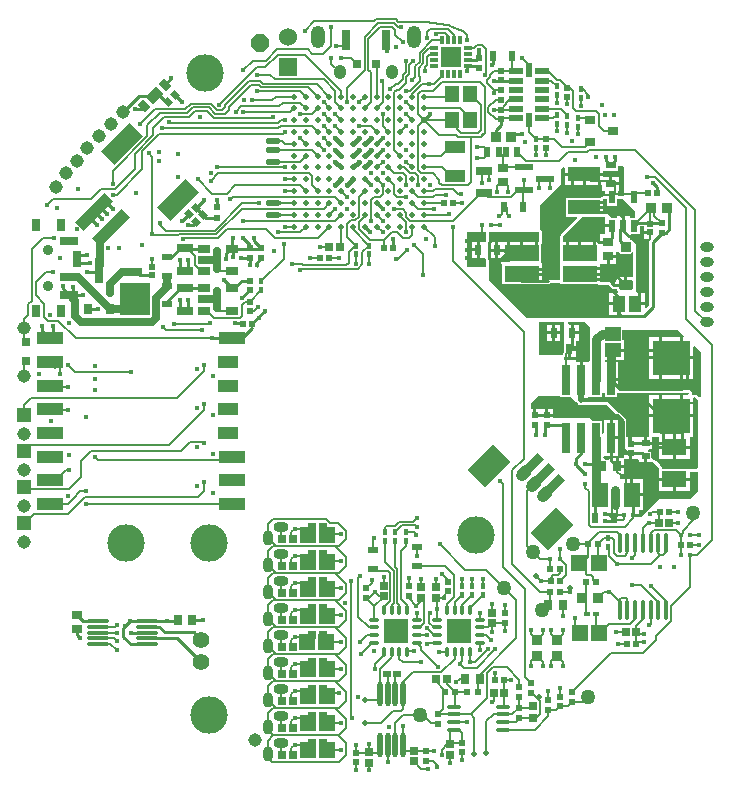
<source format=gtl>
G04 Layer_Physical_Order=1*
G04 Layer_Color=25308*
%FSAX24Y24*%
%MOIN*%
G70*
G01*
G75*
%ADD10O,0.0500X0.0200*%
%ADD11R,0.0295X0.0276*%
%ADD12R,0.0295X0.0335*%
%ADD13R,0.0217X0.0217*%
%ADD14R,0.0236X0.0217*%
%ADD15C,0.0500*%
%ADD16O,0.0177X0.0827*%
%ADD17O,0.0532X0.0138*%
%ADD18R,0.0177X0.0197*%
%ADD19R,0.0335X0.0374*%
%ADD20C,0.0200*%
%ADD21O,0.0138X0.0669*%
%ADD22R,0.0256X0.0197*%
%ADD23R,0.0236X0.0213*%
%ADD24R,0.0177X0.0177*%
%ADD25R,0.0177X0.0177*%
%ADD26R,0.0559X0.0839*%
%ADD27R,0.0532X0.0571*%
%ADD28R,0.0220X0.0205*%
%ADD29R,0.0217X0.0236*%
%ADD30R,0.0283X0.0299*%
%ADD31R,0.0213X0.0236*%
%ADD32R,0.0268X0.0252*%
%ADD33R,0.0299X0.0283*%
%ADD34R,0.0252X0.0268*%
%ADD35R,0.0256X0.0236*%
%ADD36R,0.0360X0.0240*%
G04:AMPARAMS|DCode=37|XSize=11.8mil|YSize=31.5mil|CornerRadius=1.5mil|HoleSize=0mil|Usage=FLASHONLY|Rotation=90.000|XOffset=0mil|YOffset=0mil|HoleType=Round|Shape=RoundedRectangle|*
%AMROUNDEDRECTD37*
21,1,0.0118,0.0285,0,0,90.0*
21,1,0.0089,0.0315,0,0,90.0*
1,1,0.0030,0.0143,0.0044*
1,1,0.0030,0.0143,-0.0044*
1,1,0.0030,-0.0143,-0.0044*
1,1,0.0030,-0.0143,0.0044*
%
%ADD37ROUNDEDRECTD37*%
G04:AMPARAMS|DCode=38|XSize=11.8mil|YSize=31.5mil|CornerRadius=1.5mil|HoleSize=0mil|Usage=FLASHONLY|Rotation=0.000|XOffset=0mil|YOffset=0mil|HoleType=Round|Shape=RoundedRectangle|*
%AMROUNDEDRECTD38*
21,1,0.0118,0.0285,0,0,0.0*
21,1,0.0089,0.0315,0,0,0.0*
1,1,0.0030,0.0044,-0.0143*
1,1,0.0030,-0.0044,-0.0143*
1,1,0.0030,-0.0044,0.0143*
1,1,0.0030,0.0044,0.0143*
%
%ADD38ROUNDEDRECTD38*%
G04:AMPARAMS|DCode=39|XSize=82.7mil|YSize=82.7mil|CornerRadius=0.4mil|HoleSize=0mil|Usage=FLASHONLY|Rotation=0.000|XOffset=0mil|YOffset=0mil|HoleType=Round|Shape=RoundedRectangle|*
%AMROUNDEDRECTD39*
21,1,0.0827,0.0818,0,0,0.0*
21,1,0.0818,0.0827,0,0,0.0*
1,1,0.0008,0.0409,-0.0409*
1,1,0.0008,-0.0409,-0.0409*
1,1,0.0008,-0.0409,0.0409*
1,1,0.0008,0.0409,0.0409*
%
%ADD39ROUNDEDRECTD39*%
%ADD40R,0.0354X0.0335*%
%ADD41R,0.0197X0.0177*%
%ADD42R,0.0240X0.0360*%
%ADD43R,0.0354X0.0315*%
%ADD44R,0.0197X0.0217*%
%ADD45R,0.0197X0.0197*%
%ADD46R,0.0335X0.0354*%
%ADD47R,0.0630X0.0236*%
%ADD48R,0.1063X0.0512*%
%ADD49C,0.0197*%
G04:AMPARAMS|DCode=50|XSize=55.1mil|YSize=27.6mil|CornerRadius=2.8mil|HoleSize=0mil|Usage=FLASHONLY|Rotation=90.000|XOffset=0mil|YOffset=0mil|HoleType=Round|Shape=RoundedRectangle|*
%AMROUNDEDRECTD50*
21,1,0.0551,0.0220,0,0,90.0*
21,1,0.0496,0.0276,0,0,90.0*
1,1,0.0055,0.0110,0.0248*
1,1,0.0055,0.0110,-0.0248*
1,1,0.0055,-0.0110,-0.0248*
1,1,0.0055,-0.0110,0.0248*
%
%ADD50ROUNDEDRECTD50*%
%ADD51R,0.0433X0.0256*%
G04:AMPARAMS|DCode=52|XSize=55.1mil|YSize=27.6mil|CornerRadius=2.8mil|HoleSize=0mil|Usage=FLASHONLY|Rotation=180.000|XOffset=0mil|YOffset=0mil|HoleType=Round|Shape=RoundedRectangle|*
%AMROUNDEDRECTD52*
21,1,0.0551,0.0220,0,0,180.0*
21,1,0.0496,0.0276,0,0,180.0*
1,1,0.0055,-0.0248,0.0110*
1,1,0.0055,0.0248,0.0110*
1,1,0.0055,0.0248,-0.0110*
1,1,0.0055,-0.0248,-0.0110*
%
%ADD52ROUNDEDRECTD52*%
%ADD53R,0.0500X0.0300*%
%ADD54R,0.1000X0.1051*%
%ADD55R,0.0276X0.0354*%
G04:AMPARAMS|DCode=56|XSize=23.6mil|YSize=21.3mil|CornerRadius=0mil|HoleSize=0mil|Usage=FLASHONLY|Rotation=315.000|XOffset=0mil|YOffset=0mil|HoleType=Round|Shape=Rectangle|*
%AMROTATEDRECTD56*
4,1,4,-0.0159,0.0008,-0.0008,0.0159,0.0159,-0.0008,0.0008,-0.0159,-0.0159,0.0008,0.0*
%
%ADD56ROTATEDRECTD56*%

G04:AMPARAMS|DCode=57|XSize=24mil|YSize=36mil|CornerRadius=0mil|HoleSize=0mil|Usage=FLASHONLY|Rotation=225.000|XOffset=0mil|YOffset=0mil|HoleType=Round|Shape=Rectangle|*
%AMROTATEDRECTD57*
4,1,4,-0.0042,0.0212,0.0212,-0.0042,0.0042,-0.0212,-0.0212,0.0042,-0.0042,0.0212,0.0*
%
%ADD57ROTATEDRECTD57*%

%ADD58R,0.0451X0.0217*%
%ADD59R,0.0217X0.0451*%
%ADD60R,0.1181X0.0551*%
%ADD61R,0.0335X0.0295*%
G04:AMPARAMS|DCode=62|XSize=35.8mil|YSize=48mil|CornerRadius=9mil|HoleSize=0mil|Usage=FLASHONLY|Rotation=270.000|XOffset=0mil|YOffset=0mil|HoleType=Round|Shape=RoundedRectangle|*
%AMROUNDEDRECTD62*
21,1,0.0358,0.0301,0,0,270.0*
21,1,0.0179,0.0480,0,0,270.0*
1,1,0.0179,-0.0151,-0.0090*
1,1,0.0179,-0.0151,0.0090*
1,1,0.0179,0.0151,0.0090*
1,1,0.0179,0.0151,-0.0090*
%
%ADD62ROUNDEDRECTD62*%
G04:AMPARAMS|DCode=63|XSize=35.8mil|YSize=35mil|CornerRadius=8.8mil|HoleSize=0mil|Usage=FLASHONLY|Rotation=270.000|XOffset=0mil|YOffset=0mil|HoleType=Round|Shape=RoundedRectangle|*
%AMROUNDEDRECTD63*
21,1,0.0358,0.0175,0,0,270.0*
21,1,0.0183,0.0350,0,0,270.0*
1,1,0.0175,-0.0088,-0.0092*
1,1,0.0175,-0.0088,0.0092*
1,1,0.0175,0.0088,0.0092*
1,1,0.0175,0.0088,-0.0092*
%
%ADD63ROUNDEDRECTD63*%
%ADD64R,0.0217X0.0197*%
%ADD65R,0.0236X0.0433*%
%ADD66R,0.0315X0.0394*%
%ADD67R,0.0591X0.0276*%
%ADD68R,0.0276X0.0984*%
%ADD69R,0.0248X0.0327*%
%ADD70R,0.0839X0.0559*%
%ADD71R,0.0551X0.1181*%
%ADD72R,0.0532X0.0453*%
%ADD73R,0.0433X0.0532*%
%ADD74R,0.0709X0.0394*%
%ADD75R,0.0472X0.0551*%
%ADD76R,0.0709X0.0709*%
%ADD77R,0.0118X0.0297*%
%ADD78R,0.0297X0.0118*%
%ADD79R,0.0315X0.0315*%
%ADD80R,0.0315X0.0669*%
%ADD81R,0.0315X0.0315*%
G04:AMPARAMS|DCode=82|XSize=133.9mil|YSize=63mil|CornerRadius=0mil|HoleSize=0mil|Usage=FLASHONLY|Rotation=45.000|XOffset=0mil|YOffset=0mil|HoleType=Round|Shape=Rectangle|*
%AMROTATEDRECTD82*
4,1,4,-0.0251,-0.0696,-0.0696,-0.0251,0.0251,0.0696,0.0696,0.0251,-0.0251,-0.0696,0.0*
%
%ADD82ROTATEDRECTD82*%

G04:AMPARAMS|DCode=83|XSize=40mil|YSize=137.8mil|CornerRadius=0mil|HoleSize=0mil|Usage=FLASHONLY|Rotation=315.000|XOffset=0mil|YOffset=0mil|HoleType=Round|Shape=Rectangle|*
%AMROTATEDRECTD83*
4,1,4,-0.0629,-0.0346,0.0346,0.0629,0.0629,0.0346,-0.0346,-0.0629,-0.0629,-0.0346,0.0*
%
%ADD83ROTATEDRECTD83*%

%ADD84R,0.0866X0.0433*%
%ADD85R,0.0650X0.0433*%
%ADD86O,0.0787X0.0118*%
G04:AMPARAMS|DCode=87|XSize=31.5mil|YSize=63mil|CornerRadius=0mil|HoleSize=0mil|Usage=FLASHONLY|Rotation=315.000|XOffset=0mil|YOffset=0mil|HoleType=Round|Shape=Rectangle|*
%AMROTATEDRECTD87*
4,1,4,-0.0334,-0.0111,0.0111,0.0334,0.0334,0.0111,-0.0111,-0.0334,-0.0334,-0.0111,0.0*
%
%ADD87ROTATEDRECTD87*%

%ADD88R,0.0276X0.0256*%
%ADD89C,0.0060*%
%ADD90C,0.0100*%
%ADD91C,0.0300*%
%ADD92C,0.0200*%
%ADD93C,0.0118*%
%ADD94C,0.0150*%
%ADD95C,0.0250*%
%ADD96C,0.0080*%
G04:AMPARAMS|DCode=97|XSize=82.7mil|YSize=118.1mil|CornerRadius=0mil|HoleSize=0mil|Usage=FLASHONLY|Rotation=315.000|XOffset=0mil|YOffset=0mil|HoleType=Round|Shape=Rectangle|*
%AMROTATEDRECTD97*
4,1,4,-0.0710,-0.0125,0.0125,0.0710,0.0710,0.0125,-0.0125,-0.0710,-0.0710,-0.0125,0.0*
%
%ADD97ROTATEDRECTD97*%

%ADD98C,0.1250*%
%ADD99O,0.0450X0.0350*%
G04:AMPARAMS|DCode=100|XSize=40mil|YSize=60mil|CornerRadius=0mil|HoleSize=0mil|Usage=FLASHONLY|Rotation=135.000|XOffset=0mil|YOffset=0mil|HoleType=Round|Shape=Round|*
%AMOVALD100*
21,1,0.0200,0.0400,0.0000,0.0000,225.0*
1,1,0.0400,0.0071,0.0071*
1,1,0.0400,-0.0071,-0.0071*
%
%ADD100OVALD100*%

%ADD101C,0.0450*%
%ADD102C,0.0354*%
%ADD103R,0.0600X0.0600*%
%ADD104C,0.0600*%
%ADD105R,0.0450X0.0450*%
%ADD106P,0.0649X8X22.5*%
%ADD107C,0.0550*%
%ADD108O,0.0500X0.0350*%
%ADD109O,0.0350X0.0500*%
%ADD110O,0.0413X0.0492*%
%ADD111O,0.0472X0.0748*%
%ADD112C,0.0177*%
G36*
X033535Y034745D02*
X033538Y034730D01*
X033532Y034721D01*
X033516Y034716D01*
X033485Y034708D01*
X033478Y034708D01*
X033318D01*
Y034428D01*
Y034148D01*
X033473D01*
X033488Y034148D01*
X033523Y034112D01*
X033523Y034112D01*
Y034110D01*
X033532Y034067D01*
X033535Y034061D01*
Y033862D01*
X032887D01*
Y035012D01*
X033535D01*
Y034745D01*
D02*
G37*
G36*
X036887Y031962D02*
X036987Y031862D01*
Y031495D01*
X036978Y031449D01*
Y030736D01*
X036932Y030685D01*
X036744D01*
Y030093D01*
Y029500D01*
X036932D01*
Y029527D01*
X036996Y029540D01*
Y029540D01*
X037392D01*
Y029662D01*
X037496D01*
Y029540D01*
X037892D01*
Y029662D01*
X040273D01*
X040276Y029659D01*
X040238Y029589D01*
X040098D01*
Y028948D01*
X040424D01*
Y029483D01*
X040489Y029510D01*
X040537Y029462D01*
X040587Y029412D01*
Y027163D01*
X040538Y027114D01*
X040341D01*
X040273Y027121D01*
X040273Y027121D01*
D01*
X040273D01*
Y027121D01*
X040273Y027121D01*
X039377D01*
Y027161D01*
X039375Y027172D01*
X039374Y027183D01*
X039371Y027191D01*
X039369Y027200D01*
X039363Y027209D01*
X039358Y027219D01*
X039326Y027265D01*
X039320Y027271D01*
X039315Y027278D01*
X039196Y027397D01*
X039180Y027408D01*
X039164Y027419D01*
X039113Y027441D01*
X039112Y027441D01*
X039111Y027442D01*
X039092Y027446D01*
X039074Y027450D01*
X039032Y027500D01*
Y027704D01*
X038914D01*
X038910Y027711D01*
X038947Y027781D01*
X039072D01*
Y027929D01*
X038844D01*
Y027979D01*
X038794D01*
Y028178D01*
X038632D01*
X038631D01*
X038562Y028180D01*
X038562D01*
X038547Y028180D01*
X038394D01*
Y027974D01*
X038294D01*
Y028180D01*
X038189D01*
Y028737D01*
X038180Y028781D01*
X038155Y028818D01*
X037968Y029005D01*
X037931Y029030D01*
X037925Y029031D01*
X037622Y029334D01*
X037589Y029356D01*
X037550Y029364D01*
X036761D01*
X036751Y029362D01*
X036741Y029362D01*
X036733Y029358D01*
X036694Y029351D01*
X036671Y029355D01*
X036651Y029369D01*
X036635Y029393D01*
X036634Y029399D01*
X036628Y029407D01*
X036624Y029416D01*
X036617Y029423D01*
X036611Y029432D01*
X036607Y029436D01*
X036634Y029500D01*
X036644D01*
Y030093D01*
Y030685D01*
X036537D01*
Y030762D01*
X036137D01*
Y030849D01*
X036255D01*
Y031113D01*
X036305D01*
Y031163D01*
X036529D01*
Y031312D01*
X036529Y031376D01*
X036597Y031382D01*
X036597D01*
X036617D01*
Y031612D01*
X036397D01*
Y031662D01*
X036347D01*
Y031942D01*
X036287D01*
X036250Y032012D01*
X036837D01*
X036887Y031962D01*
D02*
G37*
G36*
X038435Y033545D02*
X038385Y033517D01*
X038325Y033529D01*
X038224D01*
Y033246D01*
X038124D01*
Y033529D01*
X038024D01*
X037950Y033514D01*
X037887Y033472D01*
X037845Y033409D01*
X037831Y033335D01*
Y033284D01*
X037784Y033264D01*
X037687Y033362D01*
X037332D01*
Y033571D01*
X036641D01*
Y033671D01*
X037332D01*
Y033964D01*
X037543D01*
Y034212D01*
X037593D01*
Y034262D01*
X037860D01*
Y034362D01*
X037965D01*
X037981Y034339D01*
X038029Y034306D01*
X038087Y034295D01*
X038262D01*
X038319Y034306D01*
X038368Y034339D01*
X038383Y034362D01*
X038435D01*
Y033545D01*
D02*
G37*
G36*
X040126Y031573D02*
X040103Y031518D01*
X040098D01*
Y030877D01*
X040424D01*
Y031196D01*
X040479Y031219D01*
X040687Y031012D01*
Y029554D01*
X040650Y029518D01*
X040627Y029516D01*
X040609Y029534D01*
X040561Y029582D01*
X040528Y029604D01*
X040489Y029612D01*
X040450Y029604D01*
X040423Y029593D01*
X040398Y029608D01*
X040375Y029639D01*
X040375Y029639D01*
X040375Y029644D01*
X040377Y029649D01*
X040375Y029664D01*
X040375Y029678D01*
X040374Y029683D01*
X040373Y029688D01*
X040368Y029697D01*
X040368Y029701D01*
X040364Y029706D01*
X040360Y029715D01*
X040358Y029718D01*
X040355Y029721D01*
X040354Y029723D01*
X040350Y029726D01*
X040345Y029734D01*
X040337Y029739D01*
X040330Y029747D01*
X040321Y029750D01*
X040312Y029756D01*
X040303Y029758D01*
X040293Y029762D01*
X040283Y029762D01*
X040273Y029764D01*
X037932D01*
Y030043D01*
X037694D01*
Y030093D01*
X037644D01*
Y030685D01*
X037496D01*
Y030761D01*
X037694D01*
Y031087D01*
X037744D01*
Y031137D01*
X038110D01*
Y031413D01*
X038070D01*
Y031762D01*
X039937D01*
X040126Y031573D01*
D02*
G37*
G36*
X036137Y031336D02*
X036121D01*
Y031058D01*
X036107Y031037D01*
X036100Y031002D01*
Y030944D01*
X036098Y030943D01*
X036065Y030921D01*
X036059Y030912D01*
X035287D01*
Y032012D01*
X036137D01*
Y031336D01*
D02*
G37*
G36*
X038779Y035060D02*
X038978D01*
Y034960D01*
X038779D01*
Y034802D01*
X038961D01*
X038983Y034752D01*
X038969Y034731D01*
X038960Y034687D01*
Y032584D01*
X038863Y032487D01*
X038817Y032506D01*
Y032587D01*
X038500D01*
Y032687D01*
X038817D01*
Y033003D01*
X038583D01*
X038537Y033012D01*
Y034718D01*
X038338Y034905D01*
X038358Y034955D01*
X038645D01*
Y035211D01*
X038779D01*
Y035060D01*
D02*
G37*
G36*
X035287Y034705D02*
X034762D01*
Y034330D01*
X034662D01*
Y034705D01*
X034108D01*
Y034708D01*
X033938D01*
Y034428D01*
Y034148D01*
X034022D01*
Y033954D01*
X034062D01*
Y033285D01*
X035363D01*
Y033290D01*
X035593D01*
X035636Y033299D01*
X035656Y033312D01*
X035991D01*
Y033285D01*
X037266D01*
X037293Y033268D01*
X037332Y033260D01*
X037627D01*
X037722Y033165D01*
X037759Y033140D01*
X037803Y033131D01*
X037876D01*
X037883Y033098D01*
X037913Y033053D01*
X037908Y033031D01*
X037894Y033003D01*
X037632D01*
Y032687D01*
X037949D01*
Y032637D01*
X037999D01*
Y032271D01*
X038137D01*
Y032162D01*
X034887D01*
X033637Y033412D01*
Y034110D01*
X033668Y034148D01*
X033838D01*
Y034428D01*
Y034708D01*
X033668D01*
X033637Y034745D01*
Y035012D01*
X035287D01*
Y034705D01*
D02*
G37*
G36*
X038187Y036012D02*
X038288Y035910D01*
Y035900D01*
X038299D01*
X038487Y035712D01*
Y035508D01*
X038311D01*
Y035548D01*
X038143D01*
Y035232D01*
X038043D01*
Y035548D01*
X037874D01*
Y035508D01*
X037697D01*
X037587Y035612D01*
X037424D01*
Y035803D01*
X036793D01*
Y035903D01*
X037424D01*
Y036112D01*
X037540D01*
Y035900D01*
X037897D01*
Y036112D01*
X038087D01*
X038187Y036012D01*
D02*
G37*
G36*
X038114Y037185D02*
Y036236D01*
X038087Y036214D01*
X037937D01*
Y036407D01*
X037954D01*
Y036577D01*
X037674D01*
Y036627D01*
X037624D01*
Y036847D01*
X037424D01*
Y036905D01*
X036843D01*
Y036599D01*
X037394D01*
Y036407D01*
X037500D01*
Y036214D01*
X037424D01*
X037385Y036206D01*
X037352Y036184D01*
X037342Y036169D01*
X036201D01*
Y035537D01*
X036553D01*
X036572Y035491D01*
X036015Y034934D01*
X035993Y034901D01*
X035985Y034862D01*
Y034752D01*
X035985Y034705D01*
Y034705D01*
X035991Y034657D01*
Y033994D01*
X035991D01*
Y033957D01*
X035991D01*
Y033414D01*
X035656D01*
X035646Y033412D01*
X035636D01*
X035627Y033408D01*
X035617Y033406D01*
X035609Y033400D01*
X035599Y033397D01*
X035596Y033395D01*
X035582Y033392D01*
X035403D01*
Y033571D01*
X034712D01*
Y033671D01*
X035403D01*
Y033997D01*
X035363D01*
Y034639D01*
X035381Y034666D01*
X035389Y034705D01*
Y035012D01*
X035381Y035051D01*
X035359Y035084D01*
X035337Y035099D01*
Y035912D01*
X035987Y036562D01*
X036037Y036612D01*
Y037112D01*
X036111Y037186D01*
X036161Y037165D01*
Y037005D01*
X037424D01*
Y037021D01*
X037434Y037067D01*
X037914D01*
Y037212D01*
X038087D01*
X038114Y037185D01*
D02*
G37*
G36*
X035996Y029540D02*
X036358D01*
X036539Y029359D01*
X036541Y029349D01*
X036577Y029295D01*
X036631Y029259D01*
X036694Y029247D01*
X036757Y029259D01*
X036761Y029262D01*
X037550D01*
X037887Y028924D01*
X038074Y028737D01*
Y027862D01*
X038126Y027810D01*
Y027701D01*
X038344D01*
Y027651D01*
X038394D01*
Y027445D01*
X038562D01*
X038562Y027445D01*
Y027445D01*
X038562Y027445D01*
X038616Y027430D01*
Y027348D01*
X038794D01*
Y027546D01*
X038894D01*
Y027348D01*
X039072D01*
X039072Y027348D01*
Y027348D01*
X039123Y027325D01*
X039243Y027206D01*
X039275Y027161D01*
X039275D01*
X039275Y027161D01*
Y026831D01*
X040313D01*
Y027012D01*
X040587D01*
Y026362D01*
X040337Y026112D01*
X039287D01*
X038923Y025748D01*
X038880Y025719D01*
X038851Y025676D01*
X038687Y025512D01*
X038624D01*
Y025528D01*
X038435D01*
Y025628D01*
X038624D01*
Y025743D01*
X038755D01*
Y026213D01*
X038376D01*
Y026263D01*
X038326D01*
Y026782D01*
X037996D01*
X037987Y026838D01*
Y026945D01*
X038138D01*
Y027163D01*
X037890D01*
Y027213D01*
X037840D01*
Y027480D01*
X037643D01*
Y027480D01*
X037606Y027440D01*
X037509D01*
X037424Y027525D01*
X037462Y027571D01*
X037470Y027571D01*
X037644D01*
Y028163D01*
Y028756D01*
X037456D01*
Y028314D01*
X037396Y028289D01*
X037392Y028293D01*
Y028716D01*
X037083D01*
X036987Y028812D01*
X035762D01*
Y028874D01*
X035544D01*
Y028924D01*
X035494D01*
Y029130D01*
X035194D01*
Y028924D01*
X035094D01*
Y029130D01*
X035037D01*
Y029312D01*
X035287Y029562D01*
X035996D01*
Y029540D01*
D02*
G37*
G36*
X037424Y035510D02*
X037500D01*
Y035282D01*
X037719D01*
Y035182D01*
X037500D01*
Y034952D01*
X037325D01*
Y034705D01*
X036691D01*
Y034330D01*
X036591D01*
Y034705D01*
X036087D01*
Y034712D01*
Y034862D01*
X036737Y035512D01*
X037414D01*
X037424Y035510D01*
D02*
G37*
%LPC*%
G36*
X039290Y029589D02*
X038964D01*
Y028948D01*
X039290D01*
Y029589D01*
D02*
G37*
G36*
X037932Y028756D02*
X037744D01*
Y028213D01*
X037932D01*
Y028756D01*
D02*
G37*
G36*
X039290Y030777D02*
X038964D01*
Y030137D01*
X039290D01*
Y030777D01*
D02*
G37*
G36*
X039998Y031518D02*
X039390D01*
Y030827D01*
Y030137D01*
X039998D01*
Y030827D01*
Y031518D01*
D02*
G37*
G36*
X035762Y029130D02*
X035594D01*
Y028974D01*
X035762D01*
Y029130D01*
D02*
G37*
G36*
X039998Y029589D02*
X039390D01*
Y028898D01*
X039340D01*
Y028848D01*
X038964D01*
Y028248D01*
X038964Y028207D01*
X038907Y028178D01*
X038907Y028178D01*
X038894D01*
Y028029D01*
X039072D01*
Y028137D01*
X039072Y028178D01*
X039130Y028207D01*
X039275D01*
Y027894D01*
X040313D01*
Y028207D01*
X040424D01*
Y028848D01*
X040048D01*
Y028898D01*
X039998D01*
Y029589D01*
D02*
G37*
G36*
X038426Y026782D02*
Y026313D01*
X038755D01*
Y026782D01*
X038426D01*
D02*
G37*
G36*
X039744Y026731D02*
X039275D01*
Y026402D01*
X039744D01*
Y026731D01*
D02*
G37*
G36*
X040313D02*
X039844D01*
Y026402D01*
X040313D01*
Y026731D01*
D02*
G37*
G36*
X038294Y027601D02*
X038126D01*
Y027480D01*
X037940D01*
Y027263D01*
X038138D01*
Y027445D01*
X038294D01*
Y027601D01*
D02*
G37*
G36*
X037932Y028113D02*
X037744D01*
Y027571D01*
X037932D01*
Y028113D01*
D02*
G37*
G36*
X040313Y027794D02*
X039844D01*
Y027465D01*
X040313D01*
Y027794D01*
D02*
G37*
G36*
X039744D02*
X039275D01*
Y027465D01*
X039744D01*
Y027794D01*
D02*
G37*
G36*
X037899Y032587D02*
X037632D01*
Y032271D01*
X037899D01*
Y032587D01*
D02*
G37*
G36*
X037860Y034162D02*
X037643D01*
Y033964D01*
X037860D01*
Y034162D01*
D02*
G37*
G36*
X035997Y031942D02*
X035827D01*
Y031712D01*
X035997D01*
Y031942D01*
D02*
G37*
G36*
X036617D02*
X036447D01*
Y031712D01*
X036617D01*
Y031942D01*
D02*
G37*
G36*
X036743Y036905D02*
X036161D01*
Y036599D01*
X036743D01*
Y036905D01*
D02*
G37*
G36*
X037954Y036847D02*
X037724D01*
Y036677D01*
X037954D01*
Y036847D01*
D02*
G37*
G36*
X033218Y034378D02*
X033048D01*
Y034148D01*
X033218D01*
Y034378D01*
D02*
G37*
G36*
Y034708D02*
X033048D01*
Y034478D01*
X033218D01*
Y034708D01*
D02*
G37*
G36*
X038110Y031037D02*
X037794D01*
Y030761D01*
X038110D01*
Y031037D01*
D02*
G37*
G36*
X036529Y031063D02*
X036355D01*
Y030849D01*
X036529D01*
Y031063D01*
D02*
G37*
G36*
X040424Y030777D02*
X040098D01*
Y030137D01*
X040424D01*
Y030777D01*
D02*
G37*
G36*
X037932Y030685D02*
X037744D01*
Y030143D01*
X037932D01*
Y030685D01*
D02*
G37*
G36*
X035997Y031612D02*
X035827D01*
Y031382D01*
X035997D01*
Y031612D01*
D02*
G37*
G36*
X035727Y031942D02*
X035557D01*
Y031712D01*
X035727D01*
Y031942D01*
D02*
G37*
G36*
X039290Y031518D02*
X038964D01*
Y030877D01*
X039290D01*
Y031518D01*
D02*
G37*
G36*
X035727Y031612D02*
X035557D01*
Y031382D01*
X035727D01*
Y031612D01*
D02*
G37*
%LPD*%
D10*
X026437Y038062D02*
D03*
X026413Y035996D02*
D03*
Y035603D02*
D03*
X026433Y037768D02*
D03*
Y037374D02*
D03*
D11*
X026715Y024778D02*
D03*
X027089D02*
D03*
X026715Y023878D02*
D03*
X027089D02*
D03*
X026715Y022978D02*
D03*
X027089D02*
D03*
X026715Y022078D02*
D03*
X027089D02*
D03*
X026715Y021178D02*
D03*
X027089D02*
D03*
X026715Y020278D02*
D03*
X027089D02*
D03*
X026715Y019378D02*
D03*
X027089D02*
D03*
X026715Y018478D02*
D03*
X027089D02*
D03*
X026715Y017578D02*
D03*
X027089D02*
D03*
X028291Y034528D02*
D03*
X028665D02*
D03*
D12*
X033324Y020128D02*
D03*
X032831D02*
D03*
X037398Y027213D02*
D03*
X037890D02*
D03*
X035582Y022578D02*
D03*
X036074D02*
D03*
X023242Y022078D02*
D03*
X023734D02*
D03*
D13*
X032900Y019678D02*
D03*
X033255D02*
D03*
X036005Y023778D02*
D03*
X035650D02*
D03*
D14*
X032160Y019678D02*
D03*
X032495D02*
D03*
X037248Y024630D02*
D03*
X036913D02*
D03*
X037182Y023351D02*
D03*
X036848D02*
D03*
X035995Y023028D02*
D03*
X035660D02*
D03*
D15*
X031337Y018932D02*
D03*
X036437Y024612D02*
D03*
X035387Y022412D02*
D03*
X035087Y024362D02*
D03*
X036937Y019512D02*
D03*
X040437Y025662D02*
D03*
X034137Y023162D02*
D03*
D16*
X029988Y017940D02*
D03*
X030244D02*
D03*
X030500D02*
D03*
X030756D02*
D03*
X029988Y019613D02*
D03*
X030244D02*
D03*
X030500D02*
D03*
X030756D02*
D03*
D17*
X032442Y019206D02*
D03*
Y018950D02*
D03*
Y018694D02*
D03*
Y018438D02*
D03*
X034076Y019206D02*
D03*
Y018950D02*
D03*
Y018694D02*
D03*
Y018438D02*
D03*
D18*
X037578Y024530D02*
D03*
Y024825D02*
D03*
X030848Y024720D02*
D03*
Y025015D02*
D03*
X030498Y024720D02*
D03*
Y025015D02*
D03*
X030148Y024720D02*
D03*
Y025015D02*
D03*
X032718Y022920D02*
D03*
Y023215D02*
D03*
X033068Y022920D02*
D03*
Y023215D02*
D03*
X033418Y022920D02*
D03*
Y023215D02*
D03*
X035874Y038935D02*
D03*
Y038639D02*
D03*
X036224Y038885D02*
D03*
Y038589D02*
D03*
X036574Y038539D02*
D03*
Y038835D02*
D03*
X036674Y039785D02*
D03*
Y039489D02*
D03*
X035874Y039885D02*
D03*
Y039589D02*
D03*
X035174Y038137D02*
D03*
Y037842D02*
D03*
X026039Y033388D02*
D03*
Y033093D02*
D03*
X029628Y034575D02*
D03*
Y034280D02*
D03*
X029178Y034575D02*
D03*
Y034280D02*
D03*
D19*
X037266Y022835D02*
D03*
X036734D02*
D03*
D20*
X036337Y023162D02*
D03*
X035187Y023562D02*
D03*
X035305Y019531D02*
D03*
X033537Y017662D02*
D03*
X033137Y017612D02*
D03*
X029487Y018662D02*
D03*
Y019412D02*
D03*
D21*
X039518Y024657D02*
D03*
X039262D02*
D03*
X039006D02*
D03*
X038750D02*
D03*
X038494D02*
D03*
X038238D02*
D03*
X037982D02*
D03*
X039518Y022413D02*
D03*
X039262D02*
D03*
X039006D02*
D03*
X038750D02*
D03*
X038494D02*
D03*
X038238D02*
D03*
X037982D02*
D03*
D22*
X038844Y027546D02*
D03*
Y027979D02*
D03*
D23*
X038344Y027974D02*
D03*
Y027651D02*
D03*
X035988Y019540D02*
D03*
Y019218D02*
D03*
X032728Y018000D02*
D03*
Y017678D02*
D03*
X031519Y017719D02*
D03*
Y017396D02*
D03*
X029199Y017671D02*
D03*
Y017349D02*
D03*
X029528Y022835D02*
D03*
Y023158D02*
D03*
X030958Y022896D02*
D03*
Y023219D02*
D03*
X032258Y023046D02*
D03*
Y023369D02*
D03*
X034149Y021996D02*
D03*
Y022319D02*
D03*
X034015Y040407D02*
D03*
Y040085D02*
D03*
Y038785D02*
D03*
Y039107D02*
D03*
X026039Y034162D02*
D03*
Y034485D02*
D03*
X025645D02*
D03*
Y034162D02*
D03*
Y033402D02*
D03*
Y033079D02*
D03*
X033302Y040503D02*
D03*
Y040826D02*
D03*
X035544Y028601D02*
D03*
Y028924D02*
D03*
X035144Y028601D02*
D03*
Y028924D02*
D03*
D24*
X036520Y027278D02*
D03*
X036835D02*
D03*
X035670Y024128D02*
D03*
X035985D02*
D03*
X040020Y024258D02*
D03*
X040335D02*
D03*
X038120Y025578D02*
D03*
X038435D02*
D03*
X033380Y035262D02*
D03*
X033694D02*
D03*
X035187Y028263D02*
D03*
X035502D02*
D03*
X028370Y040828D02*
D03*
X028685D02*
D03*
X040335Y024928D02*
D03*
X040020D02*
D03*
D25*
X036824Y026630D02*
D03*
Y026944D02*
D03*
D26*
X038376Y026263D02*
D03*
X037313D02*
D03*
D27*
X037278Y024008D02*
D03*
X036628D02*
D03*
X036653Y021658D02*
D03*
X037302D02*
D03*
X027578Y024928D02*
D03*
X028227D02*
D03*
X027578Y024028D02*
D03*
X028227D02*
D03*
X027578Y023128D02*
D03*
X028227D02*
D03*
X027578Y022228D02*
D03*
X028227D02*
D03*
X027550Y021355D02*
D03*
X028200D02*
D03*
X027580Y020455D02*
D03*
X028230D02*
D03*
X027580Y019555D02*
D03*
X028230D02*
D03*
X027580Y018655D02*
D03*
X028230D02*
D03*
X027580Y017755D02*
D03*
X028230D02*
D03*
D28*
X035981Y023378D02*
D03*
X035674D02*
D03*
D29*
X035588Y019435D02*
D03*
Y019100D02*
D03*
X036388Y019685D02*
D03*
Y019350D02*
D03*
X035028Y019995D02*
D03*
Y019660D02*
D03*
X034628Y018810D02*
D03*
Y019145D02*
D03*
Y019510D02*
D03*
Y019845D02*
D03*
X031907Y018624D02*
D03*
Y018959D02*
D03*
X039378Y035325D02*
D03*
Y034990D02*
D03*
D30*
X035078Y019220D02*
D03*
Y018835D02*
D03*
D31*
X034139Y020078D02*
D03*
X033816D02*
D03*
X038539Y021278D02*
D03*
X038216D02*
D03*
X025416Y031948D02*
D03*
X025739D02*
D03*
X030439Y034478D02*
D03*
X030116D02*
D03*
X027980Y034146D02*
D03*
X028303D02*
D03*
X032116Y035978D02*
D03*
X032439D02*
D03*
X039316Y025678D02*
D03*
X039639D02*
D03*
X040339Y024578D02*
D03*
X040016D02*
D03*
D32*
X034132Y019672D02*
D03*
X033785D02*
D03*
X038528Y021678D02*
D03*
X038181D02*
D03*
X039281Y025328D02*
D03*
X039628D02*
D03*
D33*
X032228Y020128D02*
D03*
X031842D02*
D03*
D34*
X032328Y017951D02*
D03*
Y017604D02*
D03*
X031106Y017731D02*
D03*
Y017384D02*
D03*
X029612Y017683D02*
D03*
Y017337D02*
D03*
X030108Y022884D02*
D03*
Y023231D02*
D03*
X031358Y022834D02*
D03*
Y023181D02*
D03*
X031858Y022834D02*
D03*
Y023181D02*
D03*
X033736Y021985D02*
D03*
Y022331D02*
D03*
D35*
X030210Y020308D02*
D03*
X030545D02*
D03*
D36*
X029767Y023792D02*
D03*
Y024412D02*
D03*
X031237Y023892D02*
D03*
Y024512D02*
D03*
X022878Y034178D02*
D03*
Y033558D02*
D03*
Y032618D02*
D03*
Y033238D02*
D03*
X037674Y036627D02*
D03*
Y037247D02*
D03*
D37*
X031900Y022106D02*
D03*
Y021850D02*
D03*
Y021594D02*
D03*
Y021338D02*
D03*
X033317D02*
D03*
Y021594D02*
D03*
Y021850D02*
D03*
Y022106D02*
D03*
X029800D02*
D03*
Y021850D02*
D03*
Y021594D02*
D03*
Y021338D02*
D03*
X031217D02*
D03*
Y021594D02*
D03*
Y021850D02*
D03*
Y022106D02*
D03*
D38*
X032225Y021013D02*
D03*
X032481D02*
D03*
X032737D02*
D03*
X032993D02*
D03*
Y022431D02*
D03*
X032737D02*
D03*
X032481D02*
D03*
X032225D02*
D03*
X030125Y021013D02*
D03*
X030381D02*
D03*
X030637D02*
D03*
X030893D02*
D03*
Y022431D02*
D03*
X030637D02*
D03*
X030381D02*
D03*
X030125D02*
D03*
D39*
X032609Y021722D02*
D03*
X030509D02*
D03*
D40*
X035237Y021418D02*
D03*
Y020906D02*
D03*
X035887Y021418D02*
D03*
Y020906D02*
D03*
D41*
X036880Y022308D02*
D03*
X037175D02*
D03*
D42*
X037788Y025478D02*
D03*
X037168D02*
D03*
X034375Y040896D02*
D03*
X033755D02*
D03*
X033948Y037678D02*
D03*
X034568D02*
D03*
X034178D02*
D03*
X033558D02*
D03*
X034747Y035862D02*
D03*
X034127D02*
D03*
X033268Y034428D02*
D03*
X033888D02*
D03*
X036397Y031662D02*
D03*
X035777D02*
D03*
D43*
X036981Y038761D02*
D03*
Y038013D02*
D03*
X037768Y038387D02*
D03*
D44*
X036224Y039539D02*
D03*
Y039835D02*
D03*
X035524Y038135D02*
D03*
Y037839D02*
D03*
X025645Y032404D02*
D03*
Y032699D02*
D03*
X022378Y033875D02*
D03*
Y033580D02*
D03*
X038978Y035010D02*
D03*
Y035305D02*
D03*
D45*
X034015Y039419D02*
D03*
Y039773D02*
D03*
X024563Y035859D02*
D03*
Y035504D02*
D03*
D46*
X034371Y038196D02*
D03*
X033859D02*
D03*
X039543Y035812D02*
D03*
X039031D02*
D03*
D47*
X034778Y037176D02*
D03*
Y036428D02*
D03*
X035486Y036802D02*
D03*
D48*
X036793Y036955D02*
D03*
Y035853D02*
D03*
D49*
X027122Y035209D02*
D03*
Y035603D02*
D03*
Y035996D02*
D03*
Y036390D02*
D03*
Y036784D02*
D03*
Y037178D02*
D03*
Y037571D02*
D03*
Y037965D02*
D03*
Y038359D02*
D03*
Y038752D02*
D03*
Y039146D02*
D03*
Y039540D02*
D03*
X027515Y035209D02*
D03*
Y035603D02*
D03*
Y035996D02*
D03*
Y036390D02*
D03*
Y036784D02*
D03*
Y037178D02*
D03*
Y037571D02*
D03*
Y037965D02*
D03*
Y038359D02*
D03*
Y038752D02*
D03*
Y039146D02*
D03*
Y039540D02*
D03*
X027909Y035209D02*
D03*
Y035603D02*
D03*
Y035996D02*
D03*
Y036390D02*
D03*
Y036784D02*
D03*
Y037178D02*
D03*
Y037571D02*
D03*
Y037965D02*
D03*
Y038359D02*
D03*
Y038752D02*
D03*
Y039146D02*
D03*
Y039540D02*
D03*
X028303Y035209D02*
D03*
Y035603D02*
D03*
Y035996D02*
D03*
Y036390D02*
D03*
Y036784D02*
D03*
Y037178D02*
D03*
Y037571D02*
D03*
Y037965D02*
D03*
Y038359D02*
D03*
Y038752D02*
D03*
Y039146D02*
D03*
Y039540D02*
D03*
X028696Y035209D02*
D03*
Y035603D02*
D03*
Y035996D02*
D03*
Y036390D02*
D03*
Y036784D02*
D03*
Y037178D02*
D03*
Y037571D02*
D03*
Y037965D02*
D03*
Y038359D02*
D03*
Y038752D02*
D03*
Y039146D02*
D03*
Y039540D02*
D03*
X029090Y035209D02*
D03*
Y035603D02*
D03*
Y035996D02*
D03*
Y036390D02*
D03*
Y036784D02*
D03*
Y037178D02*
D03*
Y037571D02*
D03*
Y037965D02*
D03*
Y038359D02*
D03*
Y038752D02*
D03*
Y039146D02*
D03*
Y039540D02*
D03*
X029484Y035209D02*
D03*
Y035603D02*
D03*
Y035996D02*
D03*
Y036390D02*
D03*
Y036784D02*
D03*
Y037178D02*
D03*
Y037571D02*
D03*
Y037965D02*
D03*
Y038359D02*
D03*
Y038752D02*
D03*
Y039146D02*
D03*
Y039540D02*
D03*
X029878Y035209D02*
D03*
Y035603D02*
D03*
Y035996D02*
D03*
Y036390D02*
D03*
Y036784D02*
D03*
Y037178D02*
D03*
Y037571D02*
D03*
Y037965D02*
D03*
Y038359D02*
D03*
Y038752D02*
D03*
Y039146D02*
D03*
Y039540D02*
D03*
X030271Y035209D02*
D03*
Y035603D02*
D03*
Y035996D02*
D03*
Y036390D02*
D03*
Y036784D02*
D03*
Y037178D02*
D03*
Y037571D02*
D03*
Y037965D02*
D03*
Y038359D02*
D03*
Y038752D02*
D03*
Y039146D02*
D03*
Y039540D02*
D03*
X030665Y035209D02*
D03*
Y035603D02*
D03*
Y035996D02*
D03*
Y036390D02*
D03*
Y036784D02*
D03*
Y037178D02*
D03*
Y037571D02*
D03*
Y037965D02*
D03*
Y038359D02*
D03*
Y038752D02*
D03*
Y039146D02*
D03*
Y039540D02*
D03*
X031059Y035209D02*
D03*
Y035603D02*
D03*
Y035996D02*
D03*
Y036390D02*
D03*
Y036784D02*
D03*
Y037178D02*
D03*
Y037571D02*
D03*
Y037965D02*
D03*
Y038359D02*
D03*
Y038752D02*
D03*
Y039146D02*
D03*
Y039540D02*
D03*
X031452Y035209D02*
D03*
Y035603D02*
D03*
Y035996D02*
D03*
Y036390D02*
D03*
Y036784D02*
D03*
Y037178D02*
D03*
Y037571D02*
D03*
Y037965D02*
D03*
Y038359D02*
D03*
Y038752D02*
D03*
Y039146D02*
D03*
Y039540D02*
D03*
D50*
X020652Y034128D02*
D03*
X019904D02*
D03*
D51*
X024128Y034468D02*
D03*
Y034094D02*
D03*
Y033720D02*
D03*
X025072D02*
D03*
Y034468D02*
D03*
X024128Y033152D02*
D03*
Y032778D02*
D03*
Y032404D02*
D03*
X025072D02*
D03*
Y033152D02*
D03*
D52*
X023478Y034476D02*
D03*
Y033728D02*
D03*
X023478Y033152D02*
D03*
Y032404D02*
D03*
X033458Y036314D02*
D03*
Y037062D02*
D03*
D53*
X021828Y033703D02*
D03*
D54*
Y032778D02*
D03*
D55*
X020628Y033487D02*
D03*
X021002Y032468D02*
D03*
X020254Y032468D02*
D03*
D56*
X022913Y039363D02*
D03*
X023142Y039592D02*
D03*
X023613Y035613D02*
D03*
X023842Y035842D02*
D03*
X024092Y035592D02*
D03*
X023863Y035363D02*
D03*
D57*
X022552Y039672D02*
D03*
X022113Y039233D02*
D03*
X022383Y039503D02*
D03*
X022821Y039941D02*
D03*
D58*
X034518Y038813D02*
D03*
Y039128D02*
D03*
Y039443D02*
D03*
Y039757D02*
D03*
Y040072D02*
D03*
Y040387D02*
D03*
X035382D02*
D03*
Y040072D02*
D03*
Y039757D02*
D03*
Y039443D02*
D03*
Y039128D02*
D03*
Y038813D02*
D03*
D59*
X034950Y040426D02*
D03*
Y038774D02*
D03*
D60*
X036641Y034330D02*
D03*
Y033621D02*
D03*
X034712D02*
D03*
Y034330D02*
D03*
D61*
X034078Y037174D02*
D03*
Y036681D02*
D03*
X037593Y034704D02*
D03*
Y034212D02*
D03*
X019878Y021781D02*
D03*
Y022274D02*
D03*
D62*
X038174Y033246D02*
D03*
D63*
Y034537D02*
D03*
D64*
X039235Y036312D02*
D03*
X038939D02*
D03*
D65*
X037719Y036177D02*
D03*
X038467D02*
D03*
Y035232D02*
D03*
X038093D02*
D03*
X037719D02*
D03*
D66*
X018514Y035265D02*
D03*
X019341D02*
D03*
Y032391D02*
D03*
X018514D02*
D03*
D67*
X019617Y034713D02*
D03*
Y033532D02*
D03*
Y032942D02*
D03*
D68*
X036194Y028163D02*
D03*
X036694D02*
D03*
X037194D02*
D03*
X037694D02*
D03*
X036194Y030093D02*
D03*
X036694D02*
D03*
X037194D02*
D03*
X037694D02*
D03*
D69*
X036305Y031113D02*
D03*
X037183D02*
D03*
D70*
X039794Y026781D02*
D03*
Y027844D02*
D03*
D71*
X039340Y030827D02*
D03*
X040048D02*
D03*
Y028898D02*
D03*
X039340D02*
D03*
D72*
X037744Y031087D02*
D03*
Y031638D02*
D03*
D73*
X037949Y032637D02*
D03*
X038500D02*
D03*
D74*
X032490Y037870D02*
D03*
Y036885D02*
D03*
D75*
X032375Y038744D02*
D03*
X033005D02*
D03*
Y039611D02*
D03*
X032375D02*
D03*
D76*
X032358Y040858D02*
D03*
D77*
X032653Y040296D02*
D03*
X032456D02*
D03*
X032259D02*
D03*
X032062D02*
D03*
Y041420D02*
D03*
X032259D02*
D03*
X032456D02*
D03*
X032653D02*
D03*
D78*
X031796Y040562D02*
D03*
Y040759D02*
D03*
Y040956D02*
D03*
Y041153D02*
D03*
X032920D02*
D03*
Y040956D02*
D03*
Y040759D02*
D03*
Y040562D02*
D03*
D79*
X029843Y040628D02*
D03*
X029213D02*
D03*
D80*
X028858Y041428D02*
D03*
X030197D02*
D03*
D81*
X018178Y030713D02*
D03*
Y031343D02*
D03*
D82*
X023261Y036095D02*
D03*
X021395Y037961D02*
D03*
D83*
X021006Y035149D02*
D03*
X020449Y035706D02*
D03*
D84*
X025041Y025965D02*
D03*
X025041Y026753D02*
D03*
X025041Y027540D02*
D03*
X025041Y031477D02*
D03*
X018978D02*
D03*
Y030690D02*
D03*
X018978Y029902D02*
D03*
Y029115D02*
D03*
X018978Y028328D02*
D03*
X018978Y027540D02*
D03*
X018978Y026753D02*
D03*
Y025965D02*
D03*
D85*
X024935Y028328D02*
D03*
Y029115D02*
D03*
X024935Y029902D02*
D03*
X024935Y030690D02*
D03*
D86*
X020573Y022069D02*
D03*
Y021872D02*
D03*
Y021675D02*
D03*
Y021478D02*
D03*
Y021281D02*
D03*
X022227Y022069D02*
D03*
Y021872D02*
D03*
Y021675D02*
D03*
Y021478D02*
D03*
Y021281D02*
D03*
D87*
X035828Y026628D02*
D03*
X035132Y027324D02*
D03*
X035480Y026976D02*
D03*
D88*
X027715Y024278D02*
D03*
X028089D02*
D03*
X027715Y023378D02*
D03*
X028089D02*
D03*
X027715Y022478D02*
D03*
X028089D02*
D03*
X027715Y021578D02*
D03*
X028089D02*
D03*
X027715Y020678D02*
D03*
X028089D02*
D03*
X027715Y019778D02*
D03*
X028089D02*
D03*
X027715Y018878D02*
D03*
X028089D02*
D03*
X027715Y017978D02*
D03*
X028089D02*
D03*
X027715Y025178D02*
D03*
X028089D02*
D03*
D89*
X024344Y039301D02*
X024564Y039082D01*
X023690Y039301D02*
X024344D01*
X023502Y039112D02*
X023690Y039301D01*
X024274Y039181D02*
X024494Y038962D01*
X023750Y039181D02*
X024274D01*
X023556Y038987D02*
X023750Y039181D01*
X024214Y039061D02*
X024464Y038812D01*
X023810Y039061D02*
X024214D01*
X023616Y038867D02*
X023810Y039061D01*
X022792Y038867D02*
X023616D01*
X022642Y038987D02*
X023556D01*
X022482Y039112D02*
X023502D01*
X021815Y037638D02*
X022421Y038244D01*
X021815Y037118D02*
Y037638D01*
X021150Y036453D02*
X021815Y037118D01*
X022065Y037121D02*
Y037718D01*
X021216Y036272D02*
X022065Y037121D01*
X026751Y039337D02*
X027324D01*
X026626Y039212D02*
X026751Y039337D01*
X025362Y039212D02*
X026626D01*
X026513Y039540D02*
X027122D01*
X026386Y039412D02*
X026513Y039540D01*
X025737Y039412D02*
X026386D01*
X029845Y042121D02*
X030525D01*
X029785Y042061D02*
X029845Y042121D01*
X027805Y042061D02*
X029785D01*
X025608Y040063D02*
X025988D01*
X024820Y039275D02*
X025608Y040063D01*
X024820Y039196D02*
Y039275D01*
X025887Y040512D02*
X026156D01*
X024637Y039262D02*
X025887Y040512D01*
X025705Y039931D02*
X025950D01*
X024965Y039191D02*
X025705Y039931D01*
X024965Y039090D02*
Y039191D01*
X025950Y039931D02*
X026033Y039848D01*
X031452Y035209D02*
X031817Y034844D01*
Y034552D02*
Y034844D01*
X030468Y041981D02*
X030598Y041851D01*
X030695D01*
X030398Y041852D02*
X030488Y041762D01*
X030002Y041852D02*
X030398D01*
X030525Y042121D02*
X030605Y042041D01*
X029917Y041981D02*
X030468D01*
X029475Y041539D02*
X029917Y041981D01*
X029595Y041445D02*
X030002Y041852D01*
X030605Y042041D02*
X031537D01*
X027485Y041741D02*
X027805Y042061D01*
X031807Y036449D02*
X032437D01*
X031748Y036390D02*
X031807Y036449D01*
X031452Y036390D02*
X031748D01*
X031826Y036272D02*
X032200D01*
X031748Y036193D02*
X031826Y036272D01*
X031256Y036193D02*
X031748D01*
X031964Y036666D02*
Y036764D01*
Y036666D02*
X032043Y036587D01*
X031748Y036981D02*
X031964Y036764D01*
X032043Y036587D02*
X032929D01*
X031354Y036981D02*
X031748D01*
X030468Y039678D02*
X030549Y039758D01*
X030468Y037768D02*
Y039678D01*
X030549Y039758D02*
X030634D01*
X029595Y040433D02*
Y041445D01*
X029475Y040417D02*
Y041539D01*
X029595Y040433D02*
X029681Y040347D01*
X028893Y039835D02*
X029475Y040417D01*
X026156Y040512D02*
X026582Y040938D01*
X026487Y040111D02*
X028106D01*
X025887Y040262D02*
X026336D01*
X026487Y040111D01*
X025988Y040063D02*
X026083Y039968D01*
X025187Y039037D02*
X025362Y039212D01*
X027000Y039024D02*
X027122Y039146D01*
X025450Y039024D02*
X027000D01*
X025887Y039728D02*
X027327D01*
X025187Y039012D02*
Y039037D01*
X026361Y038812D02*
X026417Y038867D01*
X025437Y039012D02*
X025450Y039024D01*
X026834Y037965D02*
X027122D01*
X028347Y041222D02*
Y041872D01*
X028087Y040962D02*
X028347Y041222D01*
X027737Y040962D02*
X028087D01*
X027587Y041112D02*
X027737Y040962D01*
X026548Y041112D02*
X027587D01*
X034087Y023862D02*
X034837Y023112D01*
X033977Y026732D02*
X034087Y026622D01*
Y023862D02*
Y026622D01*
X034137Y023162D02*
X034537Y022762D01*
X033537Y023762D02*
X034137Y023162D01*
X031987Y024612D02*
X032837Y023762D01*
X033537D01*
X034537Y021477D02*
Y022762D01*
X040287Y029312D02*
X040487D01*
X037890Y027042D02*
Y027213D01*
Y027042D02*
X038011Y026922D01*
Y026862D02*
Y026922D01*
Y026862D02*
X038187D01*
Y026451D02*
Y026862D01*
Y026451D02*
X038376Y026263D01*
X037724Y025541D02*
Y025837D01*
Y025541D02*
X037788Y025478D01*
X037724Y025837D02*
X037824Y025937D01*
X038120Y025445D02*
Y025578D01*
X038087Y025412D02*
X038120Y025445D01*
X037853Y025412D02*
X038087D01*
X037788Y025478D02*
X037853Y025412D01*
X037719Y036277D02*
X038467D01*
X037704Y036262D02*
X037719Y036277D01*
X037337Y036262D02*
X037704D01*
X038502Y036312D02*
X038939D01*
X037719Y036277D02*
X037824Y036282D01*
X038467Y035247D02*
X039031Y035812D01*
X038467Y035232D02*
Y035247D01*
X039137Y035565D02*
Y035706D01*
Y035565D02*
X039378Y035325D01*
X033387Y034912D02*
Y035254D01*
X033694Y035262D02*
X033987D01*
X037824Y036282D02*
Y036727D01*
X037287D02*
X037824D01*
X037021D02*
X037287D01*
X036793Y036955D02*
X037021Y036727D01*
X038951Y034762D02*
X038978Y034788D01*
Y035010D01*
X026590Y037374D02*
X027319D01*
X026433Y037374D02*
X026590D01*
Y037768D02*
X027712D01*
X026433D02*
X026590D01*
X026334Y035996D02*
X027122D01*
X025073Y036193D02*
X028500D01*
X027122Y035996D02*
X027122Y035996D01*
X024995Y036115D02*
X025073Y036193D01*
X024480Y035075D02*
X025402Y035996D01*
X025941D01*
X029287Y039343D02*
X029484Y039540D01*
X027319Y038949D02*
X027712D01*
X035187Y023562D02*
X035371Y023378D01*
X040020Y024258D02*
Y024928D01*
X040437Y025412D02*
Y025662D01*
X040087Y025062D02*
X040437Y025412D01*
X040087Y024994D02*
Y025062D01*
X040020Y024928D02*
X040087Y024994D01*
X040335Y024928D02*
X040621D01*
X033775Y018950D02*
X034076D01*
X033537Y018712D02*
X033775Y018950D01*
X033537Y017662D02*
Y018712D01*
X033025Y018950D02*
X033137Y018838D01*
Y017612D02*
Y018838D01*
X035028Y019660D02*
X035056D01*
X036775Y019350D02*
X036937Y019512D01*
X036388Y019350D02*
X036775D01*
X036321Y023028D02*
Y023146D01*
X035995Y023028D02*
X036321D01*
X036895Y024612D02*
X036913Y024630D01*
X036537Y024612D02*
X036895D01*
X034887Y026387D02*
X035128Y026628D01*
X034887Y024562D02*
Y026387D01*
Y024562D02*
X035087Y024362D01*
X035631Y024128D02*
X035650Y024108D01*
X035087Y024362D02*
X035321Y024128D01*
X035631D02*
X035670D01*
X035321D02*
X035631D01*
X035650Y023778D02*
Y024108D01*
X030756Y020031D02*
X031087Y020362D01*
X030756Y019613D02*
Y020031D01*
Y019131D02*
Y019613D01*
X030687Y019062D02*
X030756Y019131D01*
X030437Y019062D02*
X030687D01*
X030037Y018662D02*
X030437Y019062D01*
X029487Y018662D02*
X030037D01*
X029887Y019412D02*
X029988Y019513D01*
X029487Y019412D02*
X029887D01*
X032279Y041921D02*
X032334Y041905D01*
X032332Y041898D02*
X032555Y041804D01*
X032235Y041920D02*
X032279Y041921D01*
X031537Y042041D02*
X032235Y041920D01*
X026177Y040741D02*
X026548Y041112D01*
X035321Y023028D02*
X035660D01*
X034397Y023952D02*
X035321Y023028D01*
X034397Y023952D02*
Y027082D01*
X026687Y038752D02*
X026826D01*
X026596Y038662D02*
X026687Y038752D01*
X022980Y038662D02*
X026596D01*
X022948Y038693D02*
X022980Y038662D01*
X026681Y038556D02*
X027712D01*
X026602Y038477D02*
X026681Y038556D01*
X022732Y038477D02*
X026602D01*
X026748Y038280D02*
X026826Y038359D01*
X023667Y028042D02*
X024065D01*
X023363Y027738D02*
X023667Y028042D01*
X020368Y027738D02*
X023363D01*
X021984Y038615D02*
X022482Y039112D01*
X022237Y038582D02*
X022642Y038987D01*
X022237Y038229D02*
Y038582D01*
X021078Y037071D02*
X022237Y038229D01*
X022421Y038496D02*
X022792Y038867D01*
X022421Y038244D02*
Y038496D01*
X019820Y030362D02*
X021687D01*
X019578Y030605D02*
X019820Y030362D01*
X020162Y026205D02*
X023928D01*
X019597Y025640D02*
X020162Y026205D01*
X023928D02*
X024108Y026385D01*
X031256Y035800D02*
X031797D01*
X034837Y020185D02*
Y023112D01*
X031452Y035603D02*
X032288D01*
X034397Y027082D02*
X034777Y027462D01*
X031107Y034602D02*
X031417Y034292D01*
X030577Y034122D02*
X030877Y034422D01*
X030507Y034122D02*
X030577D01*
X033418Y023215D02*
Y023461D01*
X033417Y023462D02*
X033418Y023461D01*
X033068Y023215D02*
Y023461D01*
X033067Y023462D02*
X033068Y023461D01*
X032717Y023462D02*
X032718Y023461D01*
Y023215D02*
Y023461D01*
X031157Y025252D02*
X031217Y025192D01*
X031124Y025015D02*
X031197Y024942D01*
X030848Y025015D02*
X031124D01*
X030734Y025252D02*
X031157D01*
X030498Y025015D02*
X030734Y025252D01*
X030148Y025015D02*
Y025172D01*
X032993Y022495D02*
X033418Y022920D01*
X032993Y022431D02*
Y022495D01*
X032737Y022589D02*
X033068Y022920D01*
X032737Y022431D02*
Y022589D01*
X032481Y022683D02*
X032718Y022920D01*
X032481Y022431D02*
Y022683D01*
X031237Y024212D02*
Y024512D01*
X031247Y023882D02*
X032167D01*
X032467Y023582D01*
Y022852D02*
Y023582D01*
X032057Y023622D02*
X032258Y023421D01*
Y023369D02*
Y023421D01*
X031858Y023181D02*
Y023460D01*
X031846Y023169D02*
X031858Y023181D01*
X031860Y022832D02*
X032107D01*
X031900Y022475D02*
Y022792D01*
Y022106D02*
Y022475D01*
X032225Y022610D02*
X032467Y022852D01*
X032225Y022431D02*
Y022610D01*
X030684Y022805D02*
Y024388D01*
X030848Y024552D02*
Y024720D01*
X030684Y024388D02*
X030848Y024552D01*
X030564Y022665D02*
Y023795D01*
X030497Y024719D02*
X030498Y024720D01*
X030497Y023862D02*
Y024719D01*
Y023862D02*
X030564Y023795D01*
X030148Y024021D02*
Y024720D01*
Y024021D02*
X030444Y023725D01*
Y022663D02*
Y023725D01*
X029767Y024802D02*
X029777Y024812D01*
X029767Y024412D02*
Y024802D01*
X036388Y019685D02*
X037704Y021002D01*
X038747D01*
X039187Y021442D01*
Y021552D01*
X039687Y022052D01*
X034778Y036732D02*
X034797Y036752D01*
X034778Y036428D02*
Y036732D01*
X035291Y036499D02*
Y036703D01*
X035381Y036793D01*
X035554D02*
X035645Y036703D01*
Y036499D02*
Y036703D01*
X030057Y040072D02*
X030077Y040052D01*
Y039346D02*
Y040052D01*
X029878Y039146D02*
X030077Y039346D01*
X031547Y041506D02*
Y041682D01*
X027496Y040938D02*
X028696Y039737D01*
X026582Y040938D02*
X027496D01*
X031547Y041682D02*
X031665Y041800D01*
X032263D02*
X032456Y041607D01*
Y041420D02*
Y041607D01*
X032259Y041420D02*
Y041558D01*
X032159Y041658D02*
X032259Y041558D01*
X031878Y041658D02*
X032159D01*
X031665Y041800D02*
X032263D01*
X031846Y041626D02*
X031878Y041658D01*
X035777Y038135D02*
X036065Y037847D01*
X028893Y039343D02*
Y039835D01*
X028858Y041276D02*
Y041428D01*
X028795Y041213D02*
X028858Y041276D01*
X028539Y041213D02*
X028795D01*
X028106Y040111D02*
X028500Y039717D01*
Y039343D02*
Y039717D01*
X028696Y039540D02*
Y039737D01*
X027327Y039728D02*
X027515Y039540D01*
X037462Y038387D02*
X037768D01*
X037287Y038562D02*
X037462Y038387D01*
X037287Y038562D02*
Y038962D01*
X037187Y039062D02*
X037287Y038962D01*
X036537Y039062D02*
X037187D01*
X036437Y039162D02*
X036537Y039062D01*
X036437Y039162D02*
Y039712D01*
X036314Y039835D02*
X036437Y039712D01*
X036224Y039835D02*
X036314D01*
X028106Y038162D02*
X028303Y037965D01*
X028106Y038556D02*
X028303Y038359D01*
X033224Y020164D02*
X034537Y021477D01*
X033224Y020128D02*
Y020164D01*
X033233Y020508D02*
X033837Y021112D01*
X032781Y020508D02*
X033233D01*
X033157Y020682D02*
X033587Y021112D01*
X032987Y020682D02*
X033157D01*
X031256Y038556D02*
X031452Y038752D01*
X031256Y037079D02*
Y038556D01*
Y037079D02*
X031354Y036981D01*
X031256Y036587D02*
Y036882D01*
X031157Y036981D02*
X031256Y036882D01*
X030989Y036981D02*
X031157D01*
X035999Y024128D02*
X036203Y023923D01*
Y023599D02*
Y023923D01*
X035981Y023378D02*
X036203Y023599D01*
X034837Y020185D02*
X035028Y019995D01*
X037667Y023012D02*
X037982Y022697D01*
X037442Y023012D02*
X037667D01*
X037266Y022835D02*
X037442Y023012D01*
X036487Y021823D02*
Y022162D01*
X037887Y023962D02*
X039037D01*
X037633Y024216D02*
X037887Y023962D01*
X037633Y024216D02*
Y024474D01*
X039037Y023962D02*
X039337Y024262D01*
X035371Y023378D02*
X035674D01*
X037578Y024530D02*
X037633Y024474D01*
X035985Y024128D02*
X035999D01*
X035987Y024130D02*
Y024462D01*
X038387Y024162D02*
X038494Y024269D01*
Y024657D01*
X038238Y024313D02*
Y024657D01*
X038158Y024233D02*
X038238Y024313D01*
X037578Y024825D02*
X037710D01*
X036913Y024630D02*
Y024649D01*
X037278Y025014D01*
X037885D01*
X037982Y024917D01*
Y024657D02*
Y024917D01*
X040339Y024578D02*
X040621D01*
X038987Y025612D02*
X039053Y025678D01*
X039316D01*
X038971Y025328D02*
X039281D01*
X039639Y025678D02*
X039921D01*
X039628Y025328D02*
X039921D01*
X039281D02*
Y025643D01*
X038750Y025146D02*
X038981Y025378D01*
X038750Y024657D02*
Y025146D01*
X039107Y025082D02*
X039866D01*
X039006Y024981D02*
X039107Y025082D01*
X039006Y024657D02*
Y024981D01*
X039866Y025082D02*
X040020Y024928D01*
X035687Y021618D02*
X035887Y021418D01*
X035687Y021618D02*
Y021762D01*
X036087Y021612D02*
Y021756D01*
X035887Y021412D02*
X036087Y021612D01*
X035037Y021618D02*
X035237Y021418D01*
X035037Y021618D02*
Y021762D01*
X035437Y021612D02*
Y021756D01*
X035237Y021412D02*
X035437Y021612D01*
X035237Y020906D02*
X035437Y020706D01*
Y020562D02*
Y020706D01*
X035037Y020568D02*
Y020712D01*
X035237Y020912D01*
X035687Y020712D02*
X035887Y020912D01*
X035687Y020568D02*
Y020712D01*
X036087Y020562D02*
Y020706D01*
X035887Y020906D02*
X036087Y020706D01*
X039262Y024337D02*
Y024657D01*
Y024337D02*
X039337Y024262D01*
X039437D01*
X039518Y024343D01*
Y024657D01*
X036074Y022225D02*
Y022578D01*
X037921Y021278D02*
X038216D01*
X037853Y021678D02*
X038181D01*
X037302Y021658D02*
X037607Y021962D01*
X038337D01*
X038494Y022119D01*
Y022413D01*
X038037Y022842D02*
X038177D01*
X037982Y022787D02*
X038037Y022842D01*
X037982Y022697D02*
Y022787D01*
X038177Y022842D02*
X038238Y022781D01*
X038387Y023262D02*
X038687D01*
X039262Y022687D01*
Y022413D02*
Y022687D01*
X039037Y023212D02*
X039518Y022731D01*
Y022413D02*
Y022731D01*
X037175Y021785D02*
Y022308D01*
X037982Y022413D02*
Y022697D01*
X038238Y022413D02*
Y022781D01*
X036860Y022327D02*
Y023358D01*
X036913Y024193D02*
Y024630D01*
X036728Y024008D02*
X036913Y024193D01*
X037443Y024825D02*
X037578D01*
X037248Y024630D02*
X037443Y024825D01*
X037248Y024137D02*
Y024630D01*
Y024137D02*
X037378Y024008D01*
X032647Y020642D02*
X032781Y020508D01*
X030747Y020682D02*
X031347D01*
X030637Y020792D02*
X030747Y020682D01*
X030637Y020792D02*
Y021013D01*
X031087Y020362D02*
X032037D01*
X031217Y021338D02*
X031301D01*
X031959Y021013D02*
X032225D01*
X031562Y021832D02*
X031800Y021594D01*
X031900D01*
X031547Y021832D02*
X031562D01*
X031217Y021594D02*
X031555D01*
X031320Y021850D02*
X031465Y021995D01*
X031217Y021850D02*
X031320D01*
X031637Y021987D02*
X031774Y021850D01*
X031900D01*
X031637Y021987D02*
Y022322D01*
X031465Y021995D02*
Y022727D01*
X031637Y022322D02*
X031657Y022342D01*
X032647Y020642D02*
X032737Y020731D01*
Y021013D01*
X032987Y020682D02*
Y021008D01*
X030941Y021062D02*
X031137D01*
X030893Y021013D02*
X030941Y021062D01*
X033317Y021092D02*
Y021338D01*
X032037Y020362D02*
X032481Y020806D01*
X031106Y017384D02*
X031348Y017142D01*
X031587D01*
X030747Y017719D02*
X031519D01*
X031780D01*
X030756Y017940D02*
X030787Y017909D01*
X031519Y017396D02*
X031771D01*
X030747Y017949D02*
Y018572D01*
X029199Y017671D02*
X029947D01*
X030500Y017940D02*
Y018665D01*
X030767Y018932D01*
X030747Y017949D02*
X030756Y017940D01*
X031677Y018662D02*
X031870D01*
X031407Y018932D02*
X031677Y018662D01*
X030767Y018932D02*
X031407D01*
X029612Y017683D02*
Y017943D01*
X029199Y017671D02*
Y017931D01*
Y017671D02*
X029199Y017671D01*
X026702Y017641D02*
Y018028D01*
Y018541D02*
Y018928D01*
X029559Y021594D02*
X029800D01*
X029337Y021372D02*
X029559Y021594D01*
X028487Y021843D02*
X028852Y021478D01*
X035988Y019540D02*
Y019832D01*
X035588Y019435D02*
Y019742D01*
X034076Y018438D02*
X035143D01*
X035588Y018882D01*
Y019100D01*
X035870D01*
X035988Y019218D01*
X036255D01*
X036388Y019350D01*
X034628Y019845D02*
Y020101D01*
X034207Y020522D02*
X034628Y020101D01*
X033752Y020522D02*
X034207D01*
X033562Y020332D02*
X033752Y020522D01*
X033562Y019486D02*
Y020332D01*
X033025Y018950D02*
X033562Y019486D01*
X032442Y018950D02*
X033025D01*
X033816Y020078D02*
Y020341D01*
X033727Y019362D02*
X033737Y019372D01*
X033757D01*
X033785Y019400D01*
Y019672D01*
X035078Y018835D02*
X035190D01*
X035309Y018954D01*
Y019407D01*
X035056Y019660D02*
X035309Y019407D01*
X032495Y019678D02*
X032900D01*
X034628Y018810D02*
X034652Y018835D01*
X034511Y018694D02*
X034628Y018810D01*
X034076Y018694D02*
X034511D01*
X034652Y018835D02*
X035078D01*
X034405Y018950D02*
X034628Y019172D01*
Y019145D02*
X035002D01*
X034628Y019172D02*
Y019510D01*
X034076Y018950D02*
X034405D01*
X032228Y019964D02*
X032495Y019697D01*
X032228Y019964D02*
Y020128D01*
X032086Y019138D02*
Y019678D01*
X031842Y020057D02*
Y020128D01*
Y020057D02*
X032160Y019739D01*
Y019678D02*
Y019739D01*
X032086Y019678D02*
X032160D01*
X031907Y018959D02*
X032086Y019138D01*
X031907Y018959D02*
X031916Y018950D01*
X032442D01*
X031870Y018662D02*
X031907Y018624D01*
X032495Y019678D02*
Y019697D01*
Y019259D02*
Y019678D01*
X032442Y019206D02*
X032495Y019259D01*
X028306Y019662D02*
X028627D01*
X026702Y019441D02*
Y019828D01*
X032481Y020806D02*
Y021013D01*
X029992Y020467D02*
X030381Y020856D01*
X029992Y019617D02*
Y020467D01*
X029988Y019613D02*
X029992Y019617D01*
X033525Y021594D02*
X033677Y021442D01*
X033317Y021594D02*
X033525D01*
X026702Y020341D02*
Y020728D01*
Y021241D02*
Y021628D01*
X029347Y020972D02*
X029713Y021338D01*
X026702Y022141D02*
Y022528D01*
X028199Y020455D02*
X028675D01*
X028702Y020428D01*
X026702Y023378D02*
Y023428D01*
Y023041D02*
Y023378D01*
Y023941D02*
Y024328D01*
X029267Y022192D02*
X029609Y021850D01*
X029800D01*
X026702Y025178D02*
Y025228D01*
Y024841D02*
Y025178D01*
X030684Y022805D02*
X030893Y022596D01*
X030637Y022431D02*
Y022592D01*
X030564Y022665D02*
X030637Y022592D01*
X030381Y022601D02*
X030444Y022663D01*
X030324Y022713D02*
Y023675D01*
X030267Y023732D02*
X030324Y023675D01*
X029827Y023732D02*
X030267D01*
X030893Y022431D02*
Y022596D01*
X030125Y022514D02*
X030324Y022713D01*
X030381Y022431D02*
Y022601D01*
X030125Y022431D02*
Y022514D01*
X030096Y023219D02*
X030108Y023231D01*
Y023510D01*
X029800Y022106D02*
Y022562D01*
X030958Y022810D02*
Y022896D01*
Y022810D02*
X031196Y022571D01*
X030946Y023207D02*
X030958Y023219D01*
Y023498D01*
X031346Y023169D02*
X031358Y023181D01*
Y023460D01*
X031196Y022571D02*
X031358Y022732D01*
Y022834D01*
X031465Y022727D01*
X033724Y022319D02*
X033736Y022331D01*
Y022611D01*
X034137Y022307D02*
X034149Y022319D01*
Y022599D01*
Y021996D02*
X034161Y022008D01*
X034149Y021717D02*
Y021996D01*
X033736Y021705D02*
Y021985D01*
X033748Y021996D02*
X034149D01*
X033736Y021985D02*
X033748Y021996D01*
X033601Y021850D02*
X033736Y021985D01*
X033317Y021850D02*
X033601D01*
X033317Y022102D02*
Y022310D01*
X031217Y022106D02*
Y022314D01*
X030742Y021470D02*
Y021489D01*
X030509Y021722D02*
X030742Y021489D01*
X033255Y019678D02*
Y020096D01*
X034139Y019269D02*
Y020078D01*
X034372D01*
X034076Y019206D02*
X034139Y019269D01*
X032442Y018694D02*
X032889D01*
X032728Y017418D02*
Y017678D01*
X032328Y017326D02*
Y017604D01*
Y018000D02*
Y018418D01*
Y017951D02*
Y018000D01*
X032728D01*
X032442Y018438D02*
X032613D01*
X032728Y018324D01*
Y018000D02*
Y018324D01*
X030468Y037768D02*
X030665Y037571D01*
X032867Y021454D02*
Y021981D01*
Y021452D02*
Y021454D01*
X032870D01*
X032373D02*
X032867D01*
Y021452D02*
X032870Y021454D01*
X032609Y021722D02*
X032867Y021981D01*
X032358Y021973D02*
X032609Y021722D01*
X030509Y021726D02*
X030744Y021961D01*
X030509Y021722D02*
Y021726D01*
X030500Y019613D02*
Y020263D01*
X030244Y019613D02*
Y020274D01*
Y017343D02*
Y017940D01*
X029199Y017349D02*
X029199Y017349D01*
Y017089D02*
Y017349D01*
X029612Y017337D02*
X029612Y017337D01*
Y017077D02*
Y017337D01*
X029612Y017683D02*
X029612Y017683D01*
X031059Y035996D02*
X031256Y035800D01*
X030870Y035525D02*
X030989Y035406D01*
X030477Y035791D02*
X030744D01*
X030989Y035406D02*
X032437D01*
X030744Y035791D02*
X030870Y035665D01*
Y035525D02*
Y035665D01*
X030665Y035560D02*
X030862Y035363D01*
X030665Y035560D02*
Y035603D01*
X030862Y035012D02*
Y035363D01*
X026033Y039848D02*
X027601D01*
X027909Y039540D01*
X027874Y039968D02*
X028303Y039540D01*
X026083Y039968D02*
X027874D01*
X033344Y036314D02*
X033458D01*
X032437Y035406D02*
X033344Y036314D01*
X032439Y035978D02*
X032731D01*
X033458Y036314D02*
X033578Y036193D01*
X034366D01*
X034600Y036428D01*
X034778D01*
X034255Y036369D02*
Y036572D01*
X034164Y036663D02*
X034255Y036572D01*
X033900D02*
X033991Y036663D01*
X033900Y036369D02*
Y036572D01*
X034748Y035938D02*
Y036398D01*
X033948Y037678D02*
X034078Y037548D01*
X034080Y037176D02*
X034778D01*
X034078Y037174D02*
X034080Y037176D01*
X034078Y037174D02*
Y037548D01*
X033635Y036749D02*
Y036952D01*
X033544Y037043D02*
X033635Y036952D01*
X033448Y037855D02*
X033539Y037764D01*
X033448Y037500D02*
X033539Y037591D01*
X028106Y035800D02*
X028303Y035996D01*
X025382Y035800D02*
X028106D01*
X025429Y035406D02*
X028500D01*
X027909Y034815D02*
X028303Y035209D01*
X029681Y039343D02*
Y040347D01*
X031279Y040497D02*
X031431Y040649D01*
X031159Y040547D02*
X031311Y040699D01*
X030960Y040603D02*
X031098Y040741D01*
X028303Y034146D02*
X028616D01*
X027338Y033776D02*
X027356Y033793D01*
X022653Y035267D02*
Y035327D01*
Y035267D02*
X022845Y035075D01*
X024480D01*
X027070Y033946D02*
X027410D01*
X027043Y033918D02*
X027070Y033946D01*
X027437Y033918D02*
X028862D01*
X027410Y033946D02*
X027437Y033918D01*
X025924Y032487D02*
Y032537D01*
X022850Y031744D02*
X024051D01*
X022752Y031843D02*
X022850Y031744D01*
X023126Y031961D02*
X024307D01*
X024444Y032167D02*
X025308D01*
X024307Y031961D02*
Y031981D01*
X027356Y033793D02*
X029249D01*
X029405Y033949D01*
Y034372D01*
X029609Y034575D01*
X029628D01*
X028862Y033918D02*
X028952Y034008D01*
Y034369D01*
X029159Y034575D01*
X029178D01*
X027667Y034146D02*
X027980D01*
X021098Y036272D02*
X021216D01*
X020688Y036453D02*
X021150D01*
X019078Y036134D02*
X020370D01*
X020688Y036453D01*
X018882Y035939D02*
X019078Y036134D01*
X021078Y036626D02*
Y037071D01*
X027318Y038162D02*
X027515Y037965D01*
X021172Y021872D02*
X021228Y021928D01*
X020573Y021872D02*
X021172D01*
X021004Y021281D02*
X021208Y021078D01*
X020573Y021281D02*
X021004D01*
X021117Y021478D02*
X021218Y021378D01*
X020573Y021478D02*
X021117D01*
X020573Y021675D02*
X021225D01*
X024065Y028042D02*
X024108Y027999D01*
X020038Y027408D02*
X020368Y027738D01*
X020038Y026865D02*
Y027408D01*
X019619Y026446D02*
X020038Y026865D01*
X024108Y026385D02*
Y026697D01*
X018128Y027728D02*
X018328Y027928D01*
X020190Y025965D02*
X025041D01*
X018128Y029255D02*
X018361Y029489D01*
X018750Y034839D02*
X019132D01*
X024537Y034955D02*
X025382Y035800D01*
X018209Y026446D02*
X019619D01*
X019025Y029855D02*
X019578D01*
X018128Y028928D02*
Y029255D01*
X018988Y029105D02*
X019578D01*
X019276Y026753D02*
Y026853D01*
X018978Y026753D02*
X019276D01*
X019528Y027105D02*
X019628D01*
X019276Y026853D02*
X019528Y027105D01*
X019328Y030305D02*
Y030605D01*
X018978Y030690D02*
X019163Y030505D01*
X018440Y025640D02*
X019597D01*
X018128Y025328D02*
X018440Y025640D01*
X018128Y026528D02*
X018209Y026446D01*
X018263Y032256D02*
Y032621D01*
X018128Y032120D02*
X018263Y032256D01*
X018128Y031828D02*
Y032120D01*
X026826Y036390D02*
X026826Y036390D01*
X027122D01*
X024563Y037178D02*
X026826D01*
X022397Y034973D02*
X022456Y034914D01*
X023263D01*
X023304Y034955D01*
X026610Y035603D02*
X027122D01*
X026826Y035209D02*
X027122D01*
X026590Y035012D02*
X027319D01*
X027515Y035209D01*
X028500Y036193D02*
X028696Y035996D01*
X028500Y035800D02*
Y035800D01*
X037010Y025208D02*
X038158D01*
X036824Y026506D02*
Y026630D01*
Y026506D02*
X036943Y026387D01*
Y025275D02*
Y026387D01*
Y025275D02*
X037010Y025208D01*
X037888Y025578D02*
X038120D01*
X037824Y025937D02*
X037874Y025887D01*
X037788Y025478D02*
X037874Y025564D01*
Y025887D01*
X038978Y035325D02*
Y035722D01*
Y035305D02*
Y035325D01*
Y035722D02*
X039028Y035772D01*
X035024Y040500D02*
Y040586D01*
X034950Y040426D02*
X035024Y040500D01*
X035874Y040087D02*
X035986D01*
X036224Y039849D01*
Y039835D02*
Y039849D01*
X035574Y040387D02*
X035874Y040087D01*
X035382Y040387D02*
X035574D01*
X035687Y040072D02*
X035874Y039885D01*
X035382Y040072D02*
X035687D01*
X035524Y038135D02*
X035777D01*
X033482Y039230D02*
Y039873D01*
X033788Y039773D02*
X034015D01*
X033565Y039996D02*
X033788Y039773D01*
X035524Y037587D02*
Y037839D01*
X035174Y037589D02*
Y037842D01*
Y038137D02*
X035177Y038135D01*
X034950Y038361D02*
X035174Y038137D01*
X034950Y038361D02*
Y038774D01*
X035177Y038135D02*
X035524D01*
X036574Y038287D02*
Y038539D01*
X036224Y038337D02*
Y038589D01*
X035874Y038387D02*
Y038639D01*
X036574Y038835D02*
X036974D01*
X036031Y039128D02*
X036224Y038935D01*
X035382Y039128D02*
X036031D01*
X035874Y039337D02*
Y039589D01*
X036674Y039237D02*
Y039489D01*
X036224Y039287D02*
Y039539D01*
X035382Y038828D02*
X035768D01*
X035874Y038935D01*
X035382Y038813D02*
Y038828D01*
X032043Y040032D02*
X033322D01*
X031748Y039737D02*
X032043Y040032D01*
X033775Y040387D02*
X034368D01*
X033322Y040032D02*
X033482Y039873D01*
X033511Y040323D02*
Y041121D01*
X034043Y038813D02*
X034518D01*
X033852Y038785D02*
X034015D01*
X033601Y039036D02*
X033852Y038785D01*
X033601Y039036D02*
Y039179D01*
X033840Y039419D01*
X034015D01*
X033481Y039229D02*
X033482Y039230D01*
X033481Y038986D02*
Y039229D01*
Y038986D02*
X033482Y038985D01*
Y038321D02*
Y038985D01*
X034028Y039107D02*
X034498D01*
X034015D02*
X034028D01*
X034203Y039283D01*
Y039337D01*
X034309Y039443D01*
X034518D01*
X034375Y040394D02*
Y040896D01*
X033374Y041257D02*
X033511Y041121D01*
X033231Y041257D02*
X033374D01*
X033126Y041153D02*
X033231Y041257D01*
X032920Y041153D02*
X033126D01*
X030862Y039737D02*
X030987D01*
X031059Y039540D02*
Y039638D01*
X029878Y039540D02*
Y040593D01*
X030862Y038949D02*
X031059Y038752D01*
X030792Y037178D02*
X030989Y036981D01*
X029641Y034764D02*
X030111D01*
X030116Y034759D01*
X030376Y035018D01*
X029168Y035414D02*
X029287Y035533D01*
X028893Y034859D02*
Y035279D01*
X029279Y035355D02*
X029484Y035560D01*
Y035603D01*
X029029Y035414D02*
X029168D01*
X028893Y035279D02*
X029029Y035414D01*
X029279Y035127D02*
Y035355D01*
X030376Y035018D02*
X030560D01*
X030074Y036292D02*
Y036587D01*
X029976Y036193D02*
X030074Y036292D01*
X030468Y035800D02*
X030477Y035791D01*
X029681Y035406D02*
Y036095D01*
X029779Y036193D01*
X029976D01*
X030567D02*
X030862D01*
X031059Y036390D02*
X031256Y036193D01*
X030560Y035018D02*
X030763Y034815D01*
X030960D01*
X031059Y034914D01*
Y035209D01*
X030271Y036784D02*
X030468Y036587D01*
X030271Y037178D02*
X030468Y036981D01*
X030763D01*
X030468Y036292D02*
X030567Y036193D01*
X030468Y036292D02*
Y036587D01*
X030862D02*
Y036882D01*
X030763Y036981D02*
X030862Y036882D01*
X030665Y037178D02*
X030792D01*
X031452Y035996D02*
X032097D01*
X028500Y038556D02*
X028696Y038359D01*
X028500Y038949D02*
Y038949D01*
Y038949D02*
X028696Y038752D01*
X028106Y039343D02*
X028303Y039146D01*
X027614Y036981D02*
X027712Y036882D01*
Y036587D02*
Y036882D01*
Y036587D02*
X027909Y036390D01*
X026826Y036784D02*
X027122D01*
X027318Y036587D02*
X027515Y036390D01*
X029484Y039146D02*
X029681Y039343D01*
X027712Y038949D02*
X027909Y039146D01*
Y037965D02*
X028106Y037768D01*
X024208Y032404D02*
X024444Y032167D01*
X030665Y037571D02*
X030665D01*
X030862Y038556D02*
Y038556D01*
X030665Y038359D02*
X030862Y038556D01*
Y039343D02*
X031059Y039146D01*
X028893Y034859D02*
X029178Y034575D01*
X029287Y035533D02*
Y036193D01*
X029484Y036390D01*
X027712Y037768D02*
X027909Y037571D01*
X027319Y037374D02*
X027515Y037571D01*
X028500Y035406D02*
X028696Y035603D01*
X028696Y038752D02*
X028696D01*
X028500Y039343D02*
X028696Y039146D01*
X028106Y038949D02*
X028303Y038752D01*
X028696Y036390D02*
X028893Y036193D01*
X028303Y035603D02*
X028500Y035800D01*
X031256Y038949D02*
X031452Y038752D01*
X025874Y032487D02*
X025924D01*
X025791Y032404D02*
X025874Y032487D01*
X025645Y032404D02*
X025791D01*
X025308Y032167D02*
X025379Y032238D01*
Y032592D01*
X024128Y032404D02*
X024208D01*
X024656D02*
X025072D01*
X025379Y032592D02*
X025487Y032699D01*
X025645D01*
X025645D02*
X026039Y033093D01*
X020574Y027437D02*
X024937D01*
X020474Y027537D02*
X020574Y027437D01*
X024937D02*
X025041Y027540D01*
X018128Y031393D02*
Y031828D01*
Y030228D02*
Y030663D01*
X038435Y025485D02*
Y025578D01*
X038158Y025208D02*
X038435Y025485D01*
X023586Y033159D02*
X023593Y033152D01*
X023593Y034468D02*
X023821Y034240D01*
X023586Y034476D02*
X023593Y034468D01*
X023821Y033929D02*
Y034240D01*
Y033929D02*
X024030Y033720D01*
X024128D01*
X024656D02*
X025072D01*
X035660Y022656D02*
Y023028D01*
X035582Y022578D02*
X035660Y022656D01*
X035938Y023578D02*
X036005Y023645D01*
Y023778D01*
X035748Y023578D02*
X035938D01*
X035674Y023504D02*
X035748Y023578D01*
X035674Y023378D02*
Y023504D01*
X028858Y041258D02*
Y041428D01*
X028370Y040636D02*
X028652Y040354D01*
X028370Y040636D02*
Y040828D01*
X028685D02*
X029013D01*
X029213Y040628D01*
X029090Y035113D02*
X029628Y034575D01*
X029090Y035113D02*
Y035209D01*
X029279Y035127D02*
X029641Y034764D01*
X027978Y034528D02*
X028291D01*
X028696Y034483D02*
Y035209D01*
X030116Y034478D02*
Y034759D01*
X028588Y018243D02*
X028852Y017979D01*
X027039Y017815D02*
X027152Y017928D01*
X027039Y017628D02*
Y017815D01*
X027152Y017928D02*
X027377D01*
X028199Y017755D02*
X028675D01*
X028702Y017728D01*
X027039Y018715D02*
X027152Y018828D01*
X027039Y018528D02*
Y018715D01*
X027152Y018828D02*
X027377D01*
X028199Y018655D02*
X028675D01*
X028702Y018628D01*
X028487Y019143D02*
X028852Y018778D01*
X027276Y018250D02*
X028624D01*
X027039Y019615D02*
X027152Y019728D01*
X027039Y019428D02*
Y019615D01*
X027152Y019728D02*
X027377D01*
X028487Y020043D02*
X028852Y019678D01*
X027276Y019150D02*
X028624D01*
X027039Y020515D02*
X027152Y020628D01*
X027039Y020328D02*
Y020515D01*
X027152Y020628D02*
X027377D01*
X028487Y020943D02*
X028852Y020578D01*
X026530Y020050D02*
X028624D01*
X027039Y021415D02*
X027152Y021528D01*
X027039Y021228D02*
Y021415D01*
X027152Y021528D02*
X027377D01*
X028199Y021355D02*
X028675D01*
X028702Y021328D01*
X027276Y020950D02*
X028624D01*
X027039Y022315D02*
X027152Y022428D01*
X027039Y022128D02*
Y022315D01*
X027152Y022428D02*
X027377D01*
X028199Y022255D02*
X028675D01*
X028702Y022228D01*
X028487Y022743D02*
X028852Y022378D01*
X027276Y021850D02*
X028624D01*
X027039Y023215D02*
X027152Y023328D01*
X027039Y023028D02*
Y023215D01*
X027152Y023328D02*
X027377D01*
X028199Y023155D02*
X028675D01*
X028702Y023128D01*
X028487Y023643D02*
X028852Y023278D01*
X027276Y022750D02*
X028624D01*
X027039Y024115D02*
X027152Y024228D01*
X027039Y023928D02*
Y024115D01*
X027152Y024228D02*
X027377D01*
X028199Y024055D02*
X028675D01*
X028702Y024028D01*
X028487Y024543D02*
X028852Y024178D01*
X027276Y023650D02*
X028624D01*
X027277Y024550D02*
X028625D01*
X028675Y024955D02*
X028702Y024928D01*
X028200Y024955D02*
X028675D01*
X027152Y025128D02*
X027378D01*
X027039Y024828D02*
Y025015D01*
X027152Y025128D01*
X033354Y038194D02*
X033482Y038321D01*
X033027Y036685D02*
Y038162D01*
X022378Y033875D02*
Y034128D01*
X032040Y039168D02*
X032650D01*
X032019Y039146D02*
X032040Y039168D01*
X031452Y039146D02*
X032019D01*
X032650Y039168D02*
X032820Y038998D01*
Y038929D02*
Y038998D01*
Y038929D02*
X033005Y038744D01*
Y039611D02*
X033360Y039256D01*
Y038418D02*
Y039256D01*
X033270Y038328D02*
X033360Y038418D01*
X032690Y038328D02*
X033270D01*
X032375Y038643D02*
X032690Y038328D01*
X032375Y038643D02*
Y038744D01*
X032367Y038752D02*
X032375Y038744D01*
X031452Y039540D02*
X032304D01*
X032375Y039611D01*
X031452Y037178D02*
X032040D01*
X032332Y036885D01*
X032490D01*
X031452Y037571D02*
X032034D01*
X032332Y037870D01*
X032490D01*
X031452Y038752D02*
X032367D01*
X032909Y036587D02*
X032929D01*
X033027Y036685D01*
X031452Y038752D02*
X031944Y038260D01*
X032535D01*
X032602Y038194D02*
X033354D01*
X033438Y038278D01*
X032535Y038260D02*
X032602Y038194D01*
X036194Y030093D02*
Y031002D01*
X027324Y039337D02*
X027515Y039146D01*
X023421Y034776D02*
X023460Y034815D01*
X023304Y034955D02*
X024537D01*
X027712Y038556D02*
X027909Y038359D01*
X026039Y033388D02*
X026787Y034136D01*
Y034612D01*
X026187Y035112D02*
X026483Y034815D01*
X024883Y035112D02*
X026187D01*
X024587Y034815D02*
X024883Y035112D01*
X023460Y034815D02*
X024587D01*
X026483D02*
X027909D01*
X032653Y020128D02*
X032831D01*
X032537Y020012D02*
X032653Y020128D01*
X033788Y039773D02*
X033794Y039768D01*
Y039664D02*
Y039768D01*
X030860Y040206D02*
X030960Y040307D01*
Y040603D01*
X030740Y040256D02*
X030840Y040356D01*
X034012Y039104D02*
X034015Y039107D01*
X033794Y039104D02*
X034012D01*
X033565Y039996D02*
Y040093D01*
X033657Y040184D01*
Y040269D01*
X033775Y040387D01*
X033448Y037854D02*
X033448Y037855D01*
X033214Y037854D02*
X033448D01*
X033444Y037504D02*
X033448Y037500D01*
X033214Y037504D02*
X033444D01*
X032602Y036284D02*
X032684D01*
X031789Y039974D02*
X032043Y040229D01*
X031634Y039974D02*
X031789D01*
X030840Y040356D02*
Y040739D01*
X030634Y039758D02*
X030860Y039984D01*
Y040206D01*
X032437Y036449D02*
X032602Y036284D01*
X033371Y037043D02*
X033374Y037040D01*
Y036654D02*
Y037040D01*
X022397Y034973D02*
Y037541D01*
X022284Y037654D02*
X022397Y037541D01*
X024494Y038962D02*
X024837D01*
X024464Y038812D02*
X026361D01*
X018361Y029489D02*
X023218D01*
X024108Y030379D01*
Y030597D01*
X018328Y027928D02*
X022947D01*
X024108Y029089D01*
Y029297D01*
X018263Y032621D02*
X018384Y032742D01*
Y034473D01*
X018750Y034839D01*
X018514Y032914D02*
X018804Y032624D01*
Y032184D02*
Y032624D01*
Y032184D02*
X018924Y032064D01*
X019254D01*
X019841Y031477D01*
X024381D01*
X018514Y032914D02*
Y033354D01*
X018864Y033704D01*
X019094D01*
X034950Y040426D02*
Y040606D01*
X034735Y040821D02*
X034950Y040606D01*
X034974Y040550D02*
X035024Y040500D01*
X036674Y039785D02*
X036752D01*
X036935Y039601D01*
Y039521D02*
Y039601D01*
X024564Y039082D02*
X024706D01*
X024820Y039196D01*
X024837Y038962D02*
X024965Y039090D01*
X024396Y036301D02*
X024879D01*
X025165Y036587D01*
X023913Y036784D02*
X024396Y036301D01*
X025165Y036587D02*
X027318D01*
X024345Y036741D02*
X024584Y036981D01*
X027614D01*
X034568Y037678D02*
X034854Y037391D01*
X035955D01*
X036255Y037691D01*
X038897Y036852D02*
X039144D01*
X040185Y032114D02*
Y035811D01*
X039144Y036852D02*
X040185Y035811D01*
X040495Y032404D02*
X040887Y032012D01*
X040495Y032404D02*
Y035761D01*
X038495Y037761D02*
X040495Y035761D01*
X029528Y022835D02*
X029800Y022562D01*
X029528Y022835D02*
X029638D01*
X029815Y023011D01*
X029942Y022884D01*
X030108D01*
Y022870D02*
Y022884D01*
X029800Y022562D02*
X030108Y022870D01*
X030185Y025210D02*
X030473D01*
X030148Y025172D02*
X030185Y025210D01*
X030473D02*
X030636Y025372D01*
X030735D01*
X030636D02*
X031097D01*
X032055Y017771D02*
X032234Y017951D01*
X032055Y017581D02*
Y017771D01*
X031771Y017396D02*
X031895Y017272D01*
Y017181D02*
Y017272D01*
X032905Y041431D02*
Y041593D01*
X032765Y041733D02*
X032905Y041593D01*
X032555Y041804D02*
X032765Y041733D01*
X031551Y040867D02*
X031640Y040956D01*
X031796D01*
X031431Y040649D02*
Y040947D01*
X031636Y041153D01*
X031796D01*
X031311Y040699D02*
Y041007D01*
X031723Y041420D01*
X032062D01*
X029037Y018832D02*
Y023402D01*
X029267Y023491D02*
X029335Y023559D01*
X029267Y022192D02*
Y023491D01*
X031217Y021338D02*
X031355Y021201D01*
Y021094D02*
Y021201D01*
Y021094D02*
X031907Y020542D01*
X031606Y021338D02*
X031900D01*
X031562Y021294D02*
X031606Y021338D01*
X039006Y021972D02*
Y022413D01*
X038955Y021921D02*
X039006Y021972D01*
X038531Y021907D02*
X038750Y022126D01*
Y022413D01*
X038531Y021681D02*
Y021907D01*
X038571Y021634D02*
X038795D01*
X038531Y021674D02*
X038571Y021634D01*
X038528Y021678D02*
X038531Y021681D01*
Y021674D02*
Y021681D01*
X038528Y021289D02*
Y021678D01*
X038539Y021278D02*
X038633Y021372D01*
X038747D01*
X038787D01*
X038747D02*
X038787Y021412D01*
X036065Y037847D02*
X036839D01*
X036981Y037989D01*
X036255Y037691D02*
X036885D01*
X036955Y037761D01*
X038495D01*
X029178Y033967D02*
Y034280D01*
X031417Y033592D02*
Y034292D01*
X031097Y025372D02*
X031207Y025482D01*
X029628Y033967D02*
Y034280D01*
X040335Y024258D02*
X040561D01*
X041055Y024751D01*
Y031244D01*
X040185Y032114D02*
X041055Y031244D01*
X026252Y024828D02*
Y025278D01*
Y024828D02*
X026253D01*
X026530Y024550D01*
X026252Y022578D02*
X026417Y022743D01*
X026252Y022128D02*
Y022578D01*
Y022128D02*
X026252D01*
X026530Y021850D01*
X026252Y021678D02*
X026417Y021843D01*
X026252Y021228D02*
Y021678D01*
Y021228D02*
X026252D01*
X026530Y020950D01*
X026252Y020778D02*
X026417Y020943D01*
X026252Y020328D02*
Y020778D01*
Y020328D02*
X026252D01*
X026252Y019878D02*
X026417Y020043D01*
X026252Y019428D02*
Y019878D01*
Y019428D02*
X026252D01*
X026530Y019150D01*
X026252Y018978D02*
X026417Y019143D01*
X026252Y018528D02*
Y018978D01*
Y018528D02*
X026252D01*
Y018428D02*
Y018528D01*
Y018428D02*
X026431Y018250D01*
X026252Y018071D02*
X026424Y018243D01*
X026252Y017628D02*
Y018071D01*
Y017628D02*
X026252D01*
Y017478D02*
Y017628D01*
Y017478D02*
X026381Y017350D01*
X028624D01*
X028852Y017578D01*
Y017979D01*
X026424Y018243D02*
X028588D01*
X026431Y018250D02*
X027276D01*
X027279Y018252D01*
X028624Y018250D02*
X028852Y018478D01*
Y018778D01*
X026417Y019143D02*
X028487D01*
X026530Y019150D02*
X027276D01*
X027279Y019152D01*
X028624Y019150D02*
X028852Y019378D01*
Y019678D01*
X026417Y020043D02*
X028487D01*
X026252Y020328D02*
X026530Y020050D01*
X028624D02*
X028852Y020278D01*
Y020578D01*
X026417Y020943D02*
X028487D01*
X026530Y020950D02*
X027276D01*
X027279Y020952D01*
X028624Y020950D02*
X028852Y021178D01*
Y021478D01*
X026417Y021843D02*
X028487D01*
X026530Y021850D02*
X027276D01*
X027279Y021852D01*
X028624Y021850D02*
X028852Y022078D01*
Y022378D01*
X026417Y022743D02*
X028487D01*
X028624Y022750D02*
X028852Y022978D01*
X027276Y022750D02*
X027279Y022752D01*
X026530Y022750D02*
X027276D01*
X026252Y023028D02*
X026530Y022750D01*
X026252Y023028D02*
X026252D01*
X026252D02*
Y023478D01*
Y024378D02*
X026417Y024543D01*
X026252Y023928D02*
Y024378D01*
Y023928D02*
X026252D01*
X026530Y023650D01*
X026252Y023478D02*
X026417Y023643D01*
X028487D01*
X028852Y022978D02*
Y023278D01*
X027276Y023650D02*
X027279Y023652D01*
X026530Y023650D02*
X027276D01*
X028624D02*
X028852Y023878D01*
Y024178D01*
X026417Y024543D02*
X028487D01*
X027277Y024550D02*
X027279Y024552D01*
X026530Y024550D02*
X027277D01*
X028625D02*
X028852Y024778D01*
X028581Y025335D02*
X028852Y025064D01*
Y024778D02*
Y025064D01*
X026252Y025278D02*
X026436Y025461D01*
X028205D01*
X028331Y025335D01*
X028581D01*
X032407Y034049D02*
Y035192D01*
Y034049D02*
X034777Y031679D01*
Y027462D02*
Y031679D01*
X025764Y040741D02*
X026177D01*
X025435Y040411D02*
X025764Y040741D01*
X031279Y040236D02*
X031311Y040204D01*
X031279Y040236D02*
Y040497D01*
X031256Y038949D02*
Y039638D01*
X031354Y039737D01*
X031748D01*
X031257Y039837D02*
X031259D01*
X031397Y039974D01*
X031634D01*
X031207Y039957D02*
X031209D01*
X031311Y040058D01*
Y040204D01*
X031059Y039638D02*
X031257Y039837D01*
X030987Y039737D02*
X031207Y039957D01*
X031159Y040195D02*
Y040547D01*
X020001Y026387D02*
X020174D01*
X019756Y026141D02*
Y026142D01*
X020001Y026387D01*
X019580Y025965D02*
X019756Y026141D01*
X018978Y025965D02*
X019580D01*
X032107Y022832D02*
Y022896D01*
X032258Y023046D01*
X031065Y040101D02*
X031159Y040195D01*
X031495Y040381D02*
Y040525D01*
X031551Y040581D01*
Y040867D01*
X030335Y039791D02*
X030506Y039962D01*
X030586D01*
X030740Y040116D01*
Y040256D01*
X029528Y023158D02*
X029708Y023338D01*
Y023437D01*
X029817Y020452D02*
Y020613D01*
X030125Y020921D01*
Y021013D01*
X033950Y035549D02*
X034040Y035640D01*
Y035843D01*
X034214Y035640D02*
X034304Y035549D01*
X034214Y035640D02*
Y035843D01*
X030074Y038556D02*
X030271Y038359D01*
X029287Y038556D02*
X029681D01*
X029878Y038359D01*
X030074Y038556D02*
Y038949D01*
X030488Y041608D02*
Y041762D01*
Y041608D02*
X030745Y041351D01*
X026437Y038062D02*
X026587D01*
X022065Y037718D02*
X022627Y038280D01*
X026737Y038062D02*
X026834Y037965D01*
X022627Y038280D02*
X026748D01*
X026587Y038062D02*
X026737D01*
X036628Y024008D02*
X036846Y023789D01*
X036856Y023630D02*
Y023789D01*
X037095Y023439D02*
X037182Y023351D01*
X036895Y023591D02*
X037035D01*
X037095Y023531D01*
Y023439D02*
Y023531D01*
X036856Y023630D02*
X036895Y023591D01*
X037710Y024825D02*
X037785Y024750D01*
Y024341D02*
Y024750D01*
Y024341D02*
X037894Y024233D01*
X038158D01*
X039687Y022052D02*
Y022543D01*
X040335Y023191D01*
Y024258D01*
D90*
X024992Y034468D02*
X025072D01*
X024855Y034331D02*
X024992Y034468D01*
X024855Y034111D02*
Y034331D01*
X037535Y037386D02*
X037674Y037247D01*
X037535Y037386D02*
Y037541D01*
X037674Y037247D02*
X037825Y037398D01*
Y037521D01*
X019949Y034001D02*
X020315D01*
X019937Y033989D02*
X019949Y034001D01*
X023142Y039592D02*
X023377Y039356D01*
X023387D01*
X037987Y035126D02*
X038093Y035232D01*
X037987Y034724D02*
Y035126D01*
Y034724D02*
X038174Y034537D01*
X039340Y028713D02*
Y028898D01*
Y028463D02*
Y028713D01*
X039437Y028062D02*
Y028365D01*
X039340Y028463D02*
X039437Y028365D01*
X039659Y027979D02*
X039774Y028094D01*
X039659Y027979D02*
X039794Y027844D01*
X039576Y028062D02*
X039659Y027979D01*
X040048Y027923D02*
Y028898D01*
X039969Y027844D02*
X040048Y027923D01*
X039794Y027844D02*
X039969D01*
X036397Y031204D02*
Y031662D01*
X039087Y036662D02*
X039235Y036514D01*
Y036312D02*
Y036514D01*
X039378Y034990D02*
X039510D01*
X039637Y035117D01*
Y035718D01*
X039543Y035812D02*
X039637Y035718D01*
X038978Y035325D02*
X039378D01*
X038560D02*
X038978D01*
X037287Y036562D02*
Y036727D01*
X037237Y036512D02*
X037287Y036562D01*
X036580Y036955D02*
X036793D01*
X036387Y036512D02*
Y036762D01*
X036580Y036955D01*
X037137Y034862D02*
X037295Y034704D01*
X037593D01*
X037137Y034612D02*
Y034862D01*
X036237Y034562D02*
Y034762D01*
X033637Y034394D02*
Y034677D01*
Y034110D02*
Y034394D01*
X033671Y034428D02*
X033888D01*
X033637Y034394D02*
X033671Y034428D01*
X033687Y034012D02*
Y034060D01*
X033637Y034110D02*
X033687Y034060D01*
X033637Y034677D02*
X033687Y034727D01*
Y034812D01*
X037737Y033062D02*
X037949Y032850D01*
Y032637D02*
Y032850D01*
X037687Y033362D02*
X037803Y033246D01*
X038174D01*
X037087Y033462D02*
X037437D01*
X037087Y033621D02*
X037574D01*
X037087Y033812D02*
X037574D01*
X038637Y032774D02*
Y033112D01*
X038274Y034887D02*
X038337D01*
Y034862D02*
Y034887D01*
Y034862D02*
X038587Y034612D01*
X036951Y036012D02*
X037437D01*
X039074Y032537D02*
Y034687D01*
X023414Y032347D02*
X023574Y032508D01*
X023324Y032437D02*
X023414Y032347D01*
X025165Y031978D02*
X025416D01*
X020311Y035504D02*
X020547Y035268D01*
X020488Y035682D02*
X020724Y035445D01*
X020665Y035859D02*
X020901Y035622D01*
X020842Y036036D02*
X021078Y035800D01*
X020779Y036036D02*
X020842D01*
X020449Y035706D02*
X020779Y036036D01*
X025094Y034185D02*
Y034446D01*
X025349Y034162D02*
X025645D01*
X025377Y031477D02*
X025739Y031839D01*
Y031978D02*
X026148Y032387D01*
X025739Y031948D02*
Y031978D01*
X022552Y039672D02*
X022860Y039363D01*
X022913D01*
X021955Y039555D02*
X022330D01*
X022008Y039128D02*
X022113Y039233D01*
X020082Y022069D02*
X020573D01*
X019878Y022274D02*
X020082Y022069D01*
X019878Y021578D02*
X019978Y021478D01*
X019078Y031577D02*
Y031878D01*
X018978Y031477D02*
X019078Y031577D01*
X018728Y031727D02*
Y031878D01*
Y031727D02*
X018978Y031477D01*
X021428Y021528D02*
Y021828D01*
X025041Y031477D02*
X025377D01*
X022227Y021478D02*
X023227D01*
X022828Y021678D02*
X023778D01*
X023227Y021478D02*
X024028Y020678D01*
X023778Y021678D02*
X024028Y021428D01*
X020232Y033689D02*
X020578D01*
X019937Y034267D02*
X020232D01*
X023748Y035248D02*
X023863Y035363D01*
X023864Y035842D02*
X024103Y035603D01*
X024092Y035592D02*
X024179Y035504D01*
X024563D01*
Y035859D02*
X024563Y035859D01*
X025045Y033152D02*
X025072D01*
X024779Y033418D02*
X025045Y033152D01*
X036520Y027249D02*
Y027278D01*
Y027249D02*
X036824Y026944D01*
X037628Y025637D02*
X037724Y025541D01*
X037474Y025637D02*
X037628D01*
X037474Y025387D02*
X037697D01*
X037788Y025478D01*
X037168D02*
Y026355D01*
X038344Y027651D02*
X038739D01*
X038210D02*
X038344D01*
X038739D02*
X038844Y027546D01*
X038074Y027787D02*
X038210Y027651D01*
X038435Y025578D02*
Y026203D01*
X038376Y026263D02*
X038435Y026203D01*
X037694Y027409D02*
X037890Y027213D01*
X039740Y026727D02*
X039794Y026781D01*
X037694Y027409D02*
Y028163D01*
X037674Y028924D02*
X037887D01*
X035544D02*
X037674D01*
Y028582D02*
Y028924D01*
X035144D02*
X035544D01*
X038074Y027787D02*
Y028737D01*
X037887Y028924D02*
X038074Y028737D01*
X036694Y031187D02*
Y031603D01*
Y030093D02*
Y031187D01*
X036380D02*
X036694D01*
X038844Y027979D02*
X039659D01*
X038339D02*
X038844D01*
X038274Y029437D02*
X038801D01*
X036800D02*
X038274D01*
X039774Y028094D02*
Y028463D01*
X038274Y028044D02*
X038339Y027979D01*
X038274Y028044D02*
Y029437D01*
X038801D02*
X039340Y028898D01*
X040048Y030827D02*
X040224Y030651D01*
Y029987D02*
Y030651D01*
X040024Y029787D02*
X040224Y029987D01*
X038000Y029787D02*
X040024D01*
X037694Y030093D02*
X038000Y029787D01*
X039863Y031013D02*
X040048Y030827D01*
X039789Y031087D02*
X039863Y031013D01*
X037744Y031087D02*
X039789D01*
X039074Y034687D02*
X039378Y034990D01*
X038774Y032237D02*
X039074Y032537D01*
X038093Y035232D02*
Y035519D01*
X037924Y035687D02*
X038093Y035519D01*
X036958Y035687D02*
X037924D01*
X034304Y033804D02*
X035593D01*
X034712Y033621D02*
X035458D01*
X033993Y034104D02*
X034218Y034330D01*
X033888Y033999D02*
X033993Y034104D01*
X033888Y034428D02*
X034120D01*
X034218Y034330D01*
X037949Y032321D02*
Y032637D01*
X037574Y033621D02*
X037799D01*
X037574D02*
Y034194D01*
X037799Y033621D02*
X038174Y033246D01*
X038093Y035069D02*
X038274Y034887D01*
X038093Y035069D02*
Y035232D01*
X034371Y038276D02*
X034715D01*
X034015Y038578D02*
Y038785D01*
X033859Y038422D02*
X034015Y038578D01*
X033859Y038196D02*
Y038422D01*
X029484Y035209D02*
X029665Y035028D01*
X025374Y032837D02*
X025617Y033079D01*
X025645D01*
X020254Y032468D02*
X020594D01*
X025645Y033916D02*
Y034162D01*
X025874Y033887D02*
Y033997D01*
X026039Y034162D01*
X025389Y033402D02*
X025645D01*
X025139Y033152D02*
X025389Y033402D01*
X025072Y033152D02*
X025139D01*
X023334Y033728D02*
X023478D01*
X023324Y032437D02*
Y032770D01*
X023574Y032508D02*
Y032770D01*
X023485Y033152D02*
X023593D01*
X024128D01*
X023593Y034468D02*
X024128D01*
X023485D02*
X023593D01*
X023574Y033824D02*
Y034087D01*
X023478Y033728D02*
X023574Y033824D01*
X023039Y034178D02*
X023330Y034468D01*
X022878Y034178D02*
X023039D01*
X030439Y034478D02*
Y034789D01*
X038467Y035232D02*
X038560Y035325D01*
X034243Y034504D02*
Y034804D01*
X035193Y034461D02*
Y034761D01*
X033993Y034104D02*
X034293D01*
X034704Y033404D02*
X035593D01*
X037744Y027763D02*
Y028113D01*
X037694Y028163D02*
X037744Y028113D01*
X037694Y028463D02*
X037744Y028513D01*
X037694Y028163D02*
Y028463D01*
X035502Y028559D02*
X035556Y028613D01*
X035502Y028263D02*
Y028559D01*
X035187Y028263D02*
Y028559D01*
X035144Y028601D02*
X035187Y028559D01*
X021951Y033580D02*
X022378D01*
X032920Y040759D02*
X033236D01*
X031452Y038752D02*
X031649Y038949D01*
X036694Y027644D02*
Y028163D01*
X036520Y027470D02*
X036694Y027644D01*
X036520Y027278D02*
Y027470D01*
X036835Y027278D02*
X037194D01*
X035544Y028601D02*
X035568Y028578D01*
X036128D01*
X037593Y034704D02*
X037719Y034830D01*
Y035232D01*
X023864Y035842D02*
X024128Y036105D01*
X019878Y022274D02*
X019981D01*
X019878Y021578D02*
Y021781D01*
X021674Y021281D02*
X022227D01*
X021428Y021528D02*
X021674Y021281D01*
X021669Y022069D02*
X022227D01*
X021678Y021675D02*
X022227D01*
Y021872D02*
X022633D01*
X022828Y021678D01*
X023324Y033737D02*
X023334Y033728D01*
X023324Y033737D02*
Y034087D01*
X024563Y035859D02*
Y036095D01*
X023378Y035378D02*
X023613Y035613D01*
X023578Y035248D02*
X023748D01*
X021428Y039028D02*
X021955Y039555D01*
X021828Y039128D02*
X022008D01*
X025787Y034737D02*
X026039Y034485D01*
X025787Y034737D02*
Y034812D01*
X025645Y034485D02*
Y034604D01*
X025437Y034812D02*
X025645Y034604D01*
X025072Y034468D02*
Y034797D01*
X025087Y034812D01*
X025072Y034468D02*
X026022D01*
X022878Y032618D02*
Y032700D01*
X023330Y033152D01*
X019437Y033121D02*
Y033212D01*
X019759Y033085D02*
Y033209D01*
X019437Y033121D02*
X019617Y032942D01*
X019646Y032912D02*
X020087D01*
X019617Y032942D02*
X019759Y033085D01*
X034490Y040044D02*
X034518Y040072D01*
X033774Y040044D02*
X034490D01*
X024381Y031477D02*
X025041D01*
X022821Y039941D02*
X023034Y040154D01*
X033755Y040618D02*
Y040896D01*
X033724Y040587D02*
X033755Y040618D01*
X033243Y040562D02*
X033302Y040503D01*
X032920Y040562D02*
X033243D01*
X032869Y040512D02*
X032920Y040562D01*
X032869Y040512D02*
X032874Y040508D01*
Y040384D02*
Y040508D01*
X021428Y021828D02*
X021491Y021891D01*
X021669Y022069D01*
X023233D02*
X023242Y022078D01*
X022895Y022069D02*
X023233D01*
X022227D02*
X022895D01*
X023734Y022078D02*
X024088D01*
X037949Y032321D02*
X038033Y032237D01*
X038774D01*
D91*
X039340Y028713D02*
X039948D01*
X039340Y029013D02*
X039948D01*
X039340Y028463D02*
X039774D01*
X037824Y026187D02*
Y026437D01*
Y025937D02*
Y026187D01*
X037194Y026381D02*
Y027278D01*
X039774Y028463D02*
X039948D01*
X039340Y029313D02*
X039948D01*
X039340Y030763D02*
X039948D01*
X039340Y031013D02*
X039863D01*
X039340Y031263D02*
X039948D01*
X039863Y031013D02*
X039948D01*
X037694Y031037D02*
X037744Y031087D01*
X037694Y030093D02*
Y031037D01*
X037194Y026381D02*
X037313Y026263D01*
X039340Y030413D02*
X039948D01*
X039390Y031213D02*
X039998D01*
X039390Y030463D02*
X039998D01*
X037194Y030093D02*
Y031449D01*
X037383Y031638D02*
X037744D01*
X037194Y031449D02*
X037383Y031638D01*
X037194Y027278D02*
Y028163D01*
D92*
X036694Y029412D02*
Y030093D01*
D93*
X028500Y038162D02*
X028500D01*
X029287Y037768D02*
Y037768D01*
X029878Y035996D02*
X030074Y035800D01*
X029878Y037965D02*
X030074Y038162D01*
X029681Y038162D02*
Y038162D01*
X029681Y036981D02*
Y036981D01*
X029484Y036784D02*
X029681Y036587D01*
X033302Y040826D02*
Y041084D01*
X029090Y037965D02*
Y037965D01*
X030074Y037768D02*
X030094D01*
X029661Y037355D02*
Y037374D01*
X029484Y036784D02*
Y036784D01*
X029878Y037571D02*
X030074Y037768D01*
X029878Y037571D02*
Y037571D01*
Y037965D02*
Y037965D01*
X029484Y037571D02*
Y037571D01*
X028696Y036784D02*
Y036784D01*
Y037965D02*
Y037965D01*
X028893Y036587D02*
X028893D01*
D94*
X028500Y038162D02*
X028696Y037965D01*
X028500Y037768D02*
X028696Y037571D01*
X029090Y037965D02*
X029287Y038162D01*
X029090Y037178D02*
X029287Y037374D01*
X029484Y037178D02*
X029661Y037355D01*
X029484Y037571D02*
X029681Y037768D01*
X029484Y037965D02*
X029681Y038162D01*
X029090Y037571D02*
X029287Y037768D01*
X028500Y036587D02*
X028696Y036784D01*
X028893Y036587D02*
X029090Y036784D01*
X028500Y037374D02*
X028696Y037178D01*
D95*
X019929Y033532D02*
X020994Y032468D01*
X019617Y033532D02*
X019929D01*
X019824Y032237D02*
Y032734D01*
Y032237D02*
X020024Y032037D01*
X024567Y032492D02*
Y032778D01*
Y033063D01*
X024128Y032778D02*
X024567D01*
X020974Y032987D02*
Y033287D01*
X021391Y033703D01*
X021828D01*
X022513Y032826D02*
X022878Y033191D01*
X022513Y032175D02*
Y032826D01*
X022374Y032037D02*
X022513Y032175D01*
X020024Y032037D02*
X022374D01*
X020628Y033487D02*
Y034104D01*
X021002Y032468D02*
X021518D01*
X022878Y033238D02*
Y033524D01*
X020652Y034128D02*
Y034795D01*
X021006Y035149D01*
X024567Y034094D02*
Y034380D01*
Y033808D02*
Y034094D01*
X024128D02*
X024567D01*
X019617Y032942D02*
X019646Y032912D01*
X019824Y032734D01*
D96*
X030074Y035406D02*
X030074D01*
X029878Y035603D02*
X030074Y035406D01*
X029878Y035209D02*
X030074Y035012D01*
X029878Y035603D02*
X029878D01*
Y035209D02*
Y035209D01*
Y036784D02*
X030074Y036587D01*
X029878Y037178D02*
X030074Y037374D01*
X029878Y037178D02*
X029878D01*
X031059D02*
X031059D01*
X030862Y037374D02*
X031059Y037178D01*
D97*
X033614Y027226D02*
D03*
X035730Y025110D02*
D03*
D98*
X024169Y040327D02*
D03*
X033187Y024912D02*
D03*
X024287Y018912D02*
D03*
X021537Y024662D02*
D03*
X024287D02*
D03*
D99*
X040887Y034012D02*
D03*
Y034512D02*
D03*
Y032012D02*
D03*
Y032512D02*
D03*
Y033012D02*
D03*
Y033512D02*
D03*
D100*
X035478Y026278D02*
D03*
X035128Y026628D02*
D03*
X034778Y026978D02*
D03*
D101*
X019528Y036978D02*
D03*
X018128Y031828D02*
D03*
Y030228D02*
D03*
Y024678D02*
D03*
Y025878D02*
D03*
Y027078D02*
D03*
Y028278D02*
D03*
X025828Y018078D02*
D03*
X021028Y038628D02*
D03*
X021428Y039028D02*
D03*
X020628Y038228D02*
D03*
X020228Y037828D02*
D03*
X019878Y037378D02*
D03*
X019178Y036528D02*
D03*
D102*
X018928Y033237D02*
D03*
Y034418D02*
D03*
D103*
X026928Y040528D02*
D03*
D104*
X026928Y041528D02*
D03*
D105*
X018128Y025328D02*
D03*
Y026528D02*
D03*
Y027728D02*
D03*
Y028928D02*
D03*
D106*
X025978Y041328D02*
D03*
D107*
X024028Y020678D02*
D03*
Y021428D02*
D03*
D108*
X026702Y024278D02*
D03*
Y022478D02*
D03*
Y021578D02*
D03*
Y019778D02*
D03*
Y017978D02*
D03*
X026702Y023378D02*
D03*
X026702Y018878D02*
D03*
Y020678D02*
D03*
Y025178D02*
D03*
D109*
X026252Y017628D02*
D03*
Y023928D02*
D03*
Y023028D02*
D03*
Y022128D02*
D03*
Y021228D02*
D03*
Y020328D02*
D03*
Y019428D02*
D03*
Y018528D02*
D03*
Y024828D02*
D03*
D110*
X030404Y040354D02*
D03*
X028652D02*
D03*
D111*
X031132Y041536D02*
D03*
X027923D02*
D03*
D112*
X024855Y034111D02*
D03*
X037535Y037541D02*
D03*
X037825Y037521D02*
D03*
X029261Y019535D02*
D03*
X030695Y041851D02*
D03*
X027485Y041741D02*
D03*
X020315Y034001D02*
D03*
X031655Y036591D02*
D03*
X038795Y021634D02*
D03*
X030335Y039791D02*
D03*
X025887Y040262D02*
D03*
X025737Y039412D02*
D03*
X025887Y039712D02*
D03*
X025187Y039012D02*
D03*
X025437D02*
D03*
X024637Y039262D02*
D03*
X023387Y039356D02*
D03*
X029287Y038556D02*
D03*
X031987Y024612D02*
D03*
X037387Y039262D02*
D03*
X035387Y031862D02*
D03*
Y031612D02*
D03*
Y031362D02*
D03*
X035437Y031062D02*
D03*
X035787D02*
D03*
X035987Y031212D02*
D03*
X039087Y027162D02*
D03*
X038737Y027212D02*
D03*
X038487Y027312D02*
D03*
X038287Y027162D02*
D03*
X038487Y026962D02*
D03*
X038837D02*
D03*
X039087Y026812D02*
D03*
X038937Y026512D02*
D03*
Y026012D02*
D03*
X039187Y026262D02*
D03*
X039437D02*
D03*
X039687D02*
D03*
X039937D02*
D03*
X040187D02*
D03*
X039087Y036662D02*
D03*
X032887Y034736D02*
D03*
X033387Y034912D02*
D03*
X033087D02*
D03*
X032887Y034428D02*
D03*
Y034148D02*
D03*
X033137Y034012D02*
D03*
X033987Y035262D02*
D03*
X033950Y035549D02*
D03*
X034304D02*
D03*
X038824Y033087D02*
D03*
Y033337D02*
D03*
X026590Y037374D02*
D03*
X026472Y034402D02*
D03*
X026590Y037768D02*
D03*
X026610Y035996D02*
D03*
X025941D02*
D03*
X029287Y039343D02*
D03*
X027319Y038949D02*
D03*
X040621Y024928D02*
D03*
X036321Y023028D02*
D03*
X039337Y023862D02*
D03*
X039787D02*
D03*
X021687Y030362D02*
D03*
X020487Y030112D02*
D03*
Y029762D02*
D03*
Y030562D02*
D03*
X031797Y035802D02*
D03*
X033977Y026732D02*
D03*
X031817Y034552D02*
D03*
X032297Y035612D02*
D03*
X032407Y035192D02*
D03*
X031107Y034602D02*
D03*
X030877Y034422D02*
D03*
X030507Y034122D02*
D03*
X033417Y023462D02*
D03*
X033067D02*
D03*
X032717D02*
D03*
X031217Y025192D02*
D03*
X031197Y024942D02*
D03*
X031237Y024212D02*
D03*
X032057Y023622D02*
D03*
X031858Y023460D02*
D03*
X032107Y022832D02*
D03*
X031900Y022475D02*
D03*
X029777Y024812D02*
D03*
X038897Y036852D02*
D03*
X034797Y036752D02*
D03*
X034837Y038012D02*
D03*
X035291Y036499D02*
D03*
X035645D02*
D03*
X030057Y040072D02*
D03*
X031547Y041492D02*
D03*
X028347Y041872D02*
D03*
X031846Y041626D02*
D03*
X030212Y041056D02*
D03*
X036374Y038063D02*
D03*
X028893Y039343D02*
D03*
X032200Y036272D02*
D03*
X028539Y041213D02*
D03*
X019937Y036462D02*
D03*
X028106Y038162D02*
D03*
X028500Y038162D02*
D03*
X028106Y038556D02*
D03*
X028500Y037768D02*
D03*
X033837Y021112D02*
D03*
X033587D02*
D03*
X031256Y036587D02*
D03*
X037637Y023012D02*
D03*
X036487Y022162D02*
D03*
X037887Y023962D02*
D03*
X035371Y023378D02*
D03*
X035987Y024462D02*
D03*
X038387Y024162D02*
D03*
X040621Y024578D02*
D03*
X038987Y025612D02*
D03*
X038971Y025328D02*
D03*
X039921Y025678D02*
D03*
Y025328D02*
D03*
X035687Y021762D02*
D03*
X036087Y021756D02*
D03*
X035037Y021762D02*
D03*
X035437Y021756D02*
D03*
Y020562D02*
D03*
X035037Y020568D02*
D03*
X035687D02*
D03*
X036087Y020562D02*
D03*
X036074Y022225D02*
D03*
X037921Y021278D02*
D03*
X037853Y021678D02*
D03*
X038787Y021372D02*
D03*
X038387Y023262D02*
D03*
X039037Y023212D02*
D03*
X031347Y020682D02*
D03*
X031907Y020542D02*
D03*
X031959Y021013D02*
D03*
X031555Y021584D02*
D03*
X031547Y021832D02*
D03*
X031657Y022342D02*
D03*
X032647Y020642D02*
D03*
X032987Y020682D02*
D03*
X031137Y021062D02*
D03*
X033317Y021092D02*
D03*
X031587Y017142D02*
D03*
X031780Y017719D02*
D03*
X030747Y018572D02*
D03*
X029612Y017943D02*
D03*
X029199Y017931D02*
D03*
X030287Y018512D02*
D03*
X029047Y018822D02*
D03*
X028807Y022662D02*
D03*
X029337Y021372D02*
D03*
X035988Y019832D02*
D03*
X035588Y019742D02*
D03*
X033816Y020341D02*
D03*
X033737Y019372D02*
D03*
X028627Y019662D02*
D03*
X029817Y020452D02*
D03*
X033677Y021442D02*
D03*
X029347Y020972D02*
D03*
X028675Y020455D02*
D03*
X030108Y023510D02*
D03*
X029708Y023437D02*
D03*
X030958Y023498D02*
D03*
X031358Y023460D02*
D03*
X031196Y022571D02*
D03*
X033736Y022611D02*
D03*
X034149Y022599D02*
D03*
Y021717D02*
D03*
X033736Y021705D02*
D03*
X033317Y022310D02*
D03*
X031217Y022314D02*
D03*
X030742Y021470D02*
D03*
X034372Y020078D02*
D03*
X032889Y018694D02*
D03*
X032728Y017418D02*
D03*
X032328Y017326D02*
D03*
X032373Y021454D02*
D03*
X032870D02*
D03*
X032867Y021981D02*
D03*
X032358Y021973D02*
D03*
X030744Y021961D02*
D03*
X030244Y017343D02*
D03*
X029199Y017089D02*
D03*
X029612Y017077D02*
D03*
X032731Y035978D02*
D03*
X034255Y036369D02*
D03*
X033900D02*
D03*
X033635Y036749D02*
D03*
X027318Y038162D02*
D03*
X026610Y035603D02*
D03*
X029287Y038162D02*
D03*
Y037768D02*
D03*
X031098Y040741D02*
D03*
X030840Y040739D02*
D03*
X028616Y034146D02*
D03*
X022948Y038693D02*
D03*
X022732Y038477D02*
D03*
X022653Y035327D02*
D03*
X023913Y036784D02*
D03*
X027338Y033772D02*
D03*
X025924Y032537D02*
D03*
X024051Y031744D02*
D03*
X023126Y031961D02*
D03*
X022752Y031843D02*
D03*
X027043Y033949D02*
D03*
X025165Y031978D02*
D03*
X024307Y031981D02*
D03*
X027667Y034146D02*
D03*
X020938Y034478D02*
D03*
X021288D02*
D03*
X020547Y035268D02*
D03*
X020724Y035445D02*
D03*
X020901Y035622D02*
D03*
X021078Y035800D02*
D03*
X021098Y036272D02*
D03*
X019759Y033209D02*
D03*
X020087Y032912D02*
D03*
X021984Y038615D02*
D03*
X021078Y036626D02*
D03*
X026433Y038851D02*
D03*
X025094Y034185D02*
D03*
X025349Y034162D02*
D03*
X018882Y035939D02*
D03*
X026826Y038752D02*
D03*
Y038359D02*
D03*
X021228Y021928D02*
D03*
X019978Y021478D02*
D03*
X018628Y030278D02*
D03*
X019078Y031878D02*
D03*
X018728D02*
D03*
X021208Y021078D02*
D03*
X021218Y021378D02*
D03*
X021225Y021675D02*
D03*
X023882Y026569D02*
D03*
Y027868D02*
D03*
Y029169D02*
D03*
Y030468D02*
D03*
X024108Y027999D02*
D03*
Y026697D02*
D03*
Y029297D02*
D03*
Y030597D02*
D03*
X024428Y030228D02*
D03*
Y028928D02*
D03*
Y027628D02*
D03*
Y026328D02*
D03*
X020190Y025965D02*
D03*
X019132Y034839D02*
D03*
X019632Y031989D02*
D03*
X020232Y033689D02*
D03*
Y034267D02*
D03*
X019578Y030605D02*
D03*
X020173Y028850D02*
D03*
X019578Y029855D02*
D03*
Y029105D02*
D03*
X019628Y027105D02*
D03*
Y027605D02*
D03*
X019328Y030305D02*
D03*
X019582Y026213D02*
D03*
X019028Y028729D02*
D03*
X019228Y035819D02*
D03*
X019326Y034146D02*
D03*
X019878Y035111D02*
D03*
X026826Y036390D02*
D03*
Y037178D02*
D03*
X024563D02*
D03*
X022397Y034973D02*
D03*
X026826Y035209D02*
D03*
X028500Y035800D02*
D03*
X025429Y035406D02*
D03*
X024779Y033418D02*
D03*
X026590Y035012D02*
D03*
X037824Y026437D02*
D03*
Y026187D02*
D03*
Y025937D02*
D03*
X037474Y025637D02*
D03*
Y025387D02*
D03*
X035524Y037587D02*
D03*
X035174Y037589D02*
D03*
X036574Y038287D02*
D03*
X036224Y038337D02*
D03*
X035874Y038387D02*
D03*
Y039337D02*
D03*
X036674Y039237D02*
D03*
X036224Y039287D02*
D03*
X034715Y038276D02*
D03*
X030862Y039737D02*
D03*
Y038949D02*
D03*
X030074Y035406D02*
D03*
X028893Y035800D02*
D03*
X029681Y035406D02*
D03*
X030074Y035012D02*
D03*
X030468Y035800D02*
D03*
X030862Y036193D02*
D03*
X030074Y035800D02*
D03*
X029665Y035028D02*
D03*
X030862Y035012D02*
D03*
Y036587D02*
D03*
X028500Y038556D02*
D03*
Y038949D02*
D03*
X028106Y039343D02*
D03*
X026826Y036784D02*
D03*
X028106Y037768D02*
D03*
X025874Y033916D02*
D03*
X024567Y032492D02*
D03*
X025645Y033916D02*
D03*
X024567Y032778D02*
D03*
X030862Y037768D02*
D03*
Y038556D02*
D03*
Y039343D02*
D03*
X028106Y038949D02*
D03*
X028893Y036193D02*
D03*
X030074Y038162D02*
D03*
X029681D02*
D03*
X025374Y032837D02*
D03*
X026148Y032387D02*
D03*
X020474Y027537D02*
D03*
X020174Y026387D02*
D03*
X020594Y032468D02*
D03*
X020974Y032987D02*
D03*
X023324Y032770D02*
D03*
X023574D02*
D03*
X024567Y033063D02*
D03*
X023574Y034087D02*
D03*
X030074Y036981D02*
D03*
X027978Y034528D02*
D03*
X030439Y034789D02*
D03*
X027152Y017928D02*
D03*
X028675Y017755D02*
D03*
X027152Y018828D02*
D03*
X028675Y018655D02*
D03*
X027152Y019728D02*
D03*
Y020628D02*
D03*
Y021528D02*
D03*
X028675Y021355D02*
D03*
X027152Y022428D02*
D03*
X028675Y022255D02*
D03*
X027152Y023328D02*
D03*
X028675Y023155D02*
D03*
X027152Y024228D02*
D03*
X028675Y024055D02*
D03*
X028675Y024955D02*
D03*
X027152Y025128D02*
D03*
X038824Y034587D02*
D03*
Y034337D02*
D03*
Y034087D02*
D03*
Y033837D02*
D03*
Y033587D02*
D03*
X030074Y036587D02*
D03*
X029681Y036981D02*
D03*
X029681Y036587D02*
D03*
X033302Y041084D02*
D03*
X030074Y037374D02*
D03*
X029287D02*
D03*
X030094Y037768D02*
D03*
X029661Y037374D02*
D03*
X029681Y037768D02*
D03*
X028500Y036587D02*
D03*
Y037374D02*
D03*
X028893Y036587D02*
D03*
X022378Y034128D02*
D03*
X032554Y040661D02*
D03*
X032161D02*
D03*
X031649Y038949D02*
D03*
X024128Y036105D02*
D03*
X023263Y037642D02*
D03*
Y036863D02*
D03*
X021678Y021675D02*
D03*
X023324Y034087D02*
D03*
X024995Y036115D02*
D03*
X024563Y036095D02*
D03*
X024567Y034380D02*
D03*
Y033808D02*
D03*
Y034094D02*
D03*
X023421Y034776D02*
D03*
X023378Y035378D02*
D03*
X023578Y035248D02*
D03*
X021828Y039128D02*
D03*
X036487Y037412D02*
D03*
X037487Y038912D02*
D03*
X037787D02*
D03*
X026787Y034612D02*
D03*
X025787Y034812D02*
D03*
X025437D02*
D03*
X025087D02*
D03*
X019437Y033212D02*
D03*
X018987Y032262D02*
D03*
X032537Y020012D02*
D03*
X033794Y039664D02*
D03*
X033374Y036654D02*
D03*
X033794Y039104D02*
D03*
X033483Y040256D02*
D03*
X033774Y040044D02*
D03*
X033214Y037854D02*
D03*
Y037504D02*
D03*
X032684Y036284D02*
D03*
X031634Y039974D02*
D03*
X021844Y036324D02*
D03*
X022054Y034594D02*
D03*
X022284Y037654D02*
D03*
X024381Y031477D02*
D03*
X023034Y040154D02*
D03*
X023984Y038854D02*
D03*
X022614Y037694D02*
D03*
Y037394D02*
D03*
X019094Y033704D02*
D03*
X030862Y037374D02*
D03*
X034735Y040821D02*
D03*
X036935Y039521D02*
D03*
X031535Y034801D02*
D03*
X024345Y036741D02*
D03*
X033724Y040587D02*
D03*
X032874Y040384D02*
D03*
X025455Y039421D02*
D03*
X024345Y037001D02*
D03*
X033387Y034012D02*
D03*
X021669Y022069D02*
D03*
X021491Y021891D02*
D03*
X022895Y022069D02*
D03*
X024088Y022078D02*
D03*
X029815Y023011D02*
D03*
X032055Y017581D02*
D03*
X031895Y017181D02*
D03*
X032905Y041431D02*
D03*
X030525Y041181D02*
D03*
X030745Y041351D02*
D03*
X029037Y023402D02*
D03*
X029335Y023559D02*
D03*
X031562Y021294D02*
D03*
X038955Y021921D02*
D03*
X037192Y037533D02*
D03*
X025955Y032151D02*
D03*
X029178Y033967D02*
D03*
X031417Y033592D02*
D03*
X031207Y025482D02*
D03*
X029628Y033967D02*
D03*
X025435Y040411D02*
D03*
X031065Y040101D02*
D03*
X031495Y040381D02*
D03*
X029775Y021053D02*
D03*
X030074Y038949D02*
D03*
X026587Y038062D02*
D03*
M02*

</source>
